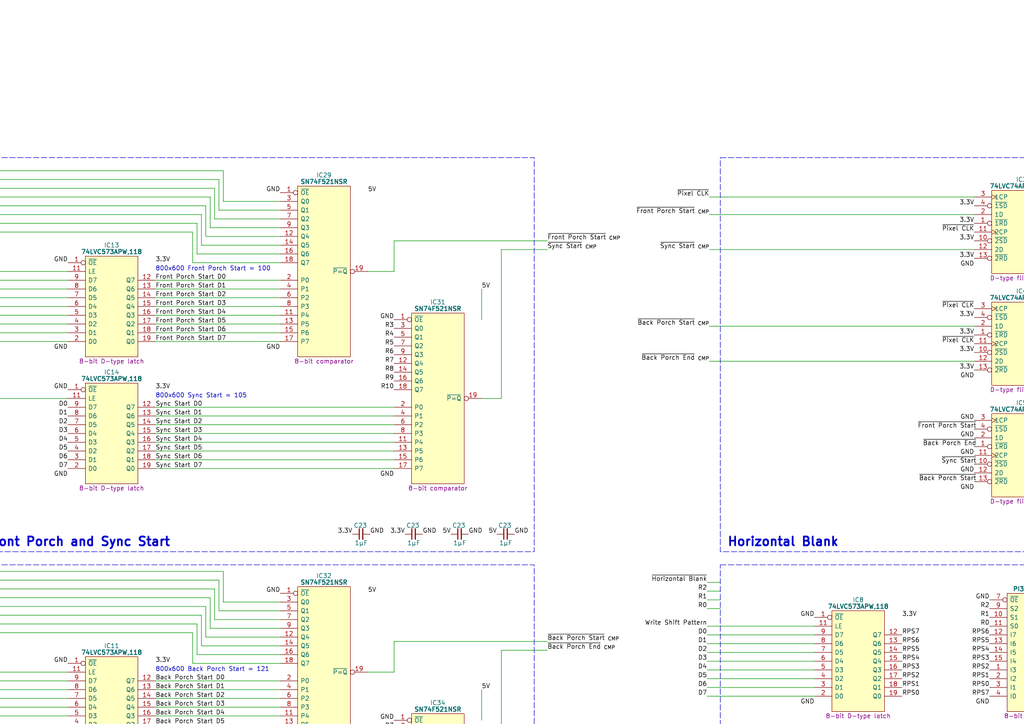
<source format=kicad_sch>
(kicad_sch (version 20230121) (generator eeschema)
  (paper "A4")
  (junction (at 523.24 193.675))
  (junction (at 30.48 336.55))
  (junction (at 494.665 306.07))
  (junction (at 552.45 208.915))
  (junction (at 556.26 201.295))
  (junction (at 524.51 191.135))
  (junction (at 512.445 248.92))
  (junction (at 554.99 203.835))
  (junction (at 513.715 246.38))
  (junction (at 521.97 196.215))
  (junction (at 520.7 198.755))
  (junction (at 523.875 306.07))
  (junction (at 553.72 206.375))
  (no_connect (at 520.065 311.15))
  (no_connect (at 139.7 313.69))
  (no_connect (at 511.81 377.825))
  (no_connect (at 515.62 104.14))
  (no_connect (at 307.975 72.39))
  (no_connect (at -74.93 236.855))
  (no_connect (at -74.93 234.315))
  (no_connect (at 307.975 94.615))
  (no_connect (at -74.93 241.935))
  (no_connect (at -102.235 226.695))
  (wire (pts (xy -10.16 96.52) (xy 19.685 96.52)))
  (wire (pts (xy 158.75 349.885) (xy 139.7 349.885)))
  (wire (pts (xy 557.53 179.705) (xy 556.26 179.705)))
  (wire (pts (xy 154.94 306.07) (xy 158.75 306.07)))
  (wire (pts (xy 589.28 137.16) (xy 515.62 137.16)))
  (wire (pts (xy 557.53 172.085) (xy 552.45 172.085)))
  (wire (pts (xy 114.3 130.81) (xy 45.085 130.81)))
  (wire (pts (xy 552.45 208.915) (xy 510.54 208.915)))
  (wire (pts (xy 589.28 206.375) (xy 553.72 206.375)))
  (wire (pts (xy 525.78 172.085) (xy 520.7 172.085)))
  (wire (pts (xy -10.16 67.31) (xy 55.88 67.31)))
  (wire (pts (xy -10.16 91.44) (xy 19.685 91.44)))
  (wire (pts (xy 513.715 246.38) (xy 589.28 246.38)))
  (wire (pts (xy -10.16 337.82) (xy 3.81 337.82)))
  (wire (pts (xy 205.74 57.15) (xy 282.575 57.15)))
  (wire (pts (xy 523.24 177.165) (xy 523.24 193.675)))
  (wire (pts (xy -10.16 83.82) (xy 19.685 83.82)))
  (wire (pts (xy 420.37 208.915) (xy 485.14 208.915)))
  (wire (pts (xy 420.37 193.675) (xy 485.14 193.675)))
  (wire (pts (xy 420.37 201.295) (xy 485.14 201.295)))
  (wire (pts (xy -10.16 335.28) (xy 3.81 335.28)))
  (wire (pts (xy 525.78 179.705) (xy 524.51 179.705)))
  (wire (pts (xy -10.16 165.735) (xy 64.77 165.735)))
  (wire (pts (xy 145.415 231.775) (xy 139.7 231.775)))
  (wire (pts (xy 479.425 306.07) (xy 479.425 311.15)))
  (wire (pts (xy -10.16 367.665) (xy 3.175 367.665)))
  (wire (pts (xy 81.28 96.52) (xy 45.085 96.52)))
  (wire (pts (xy 81.28 99.06) (xy 45.085 99.06)))
  (wire (pts (xy 55.88 67.31) (xy 55.88 76.2)))
  (wire (pts (xy 589.28 367.665) (xy 511.81 367.665)))
  (wire (pts (xy 520.065 306.07) (xy 523.875 306.07)))
  (wire (pts (xy 283.21 139.7) (xy 282.575 139.7)))
  (wire (pts (xy 114.3 135.89) (xy 45.085 135.89)))
  (wire (pts (xy 158.75 354.965) (xy 139.7 354.965)))
  (wire (pts (xy 589.28 201.295) (xy 556.26 201.295)))
  (wire (pts (xy 554.99 177.165) (xy 554.99 203.835)))
  (wire (pts (xy 420.37 247.65) (xy 465.455 247.65)))
  (wire (pts (xy 205.105 186.69) (xy 236.22 186.69)))
  (wire (pts (xy 59.69 59.69) (xy 59.69 68.58)))
  (wire (pts (xy 205.105 181.61) (xy 236.22 181.61)))
  (wire (pts (xy 525.78 174.625) (xy 521.97 174.625)))
  (wire (pts (xy 57.15 64.77) (xy 57.15 73.66)))
  (wire (pts (xy 374.015 62.23) (xy 307.975 62.23)))
  (wire (pts (xy 64.77 165.735) (xy 64.77 174.625)))
  (wire (pts (xy 55.88 76.2) (xy 81.28 76.2)))
  (wire (pts (xy -10.16 64.77) (xy 57.15 64.77)))
  (wire (pts (xy 158.75 360.045) (xy 139.7 360.045)))
  (wire (pts (xy 158.75 188.595) (xy 145.415 188.595)))
  (wire (pts (xy 30.48 336.55) (xy 30.48 346.71)))
  (wire (pts (xy 114.3 234.315) (xy 45.085 234.315)))
  (wire (pts (xy 205.105 199.39) (xy 236.22 199.39)))
  (wire (pts (xy 158.75 72.39) (xy 145.415 72.39)))
  (wire (pts (xy 81.28 210.185) (xy 45.085 210.185)))
  (wire (pts (xy 158.75 352.425) (xy 139.7 352.425)))
  (wire (pts (xy -10.16 197.485) (xy 19.685 197.485)))
  (wire (pts (xy -10.16 194.945) (xy 19.685 194.945)))
  (wire (pts (xy 524.51 179.705) (xy 524.51 191.135)))
  (wire (pts (xy 30.48 336.55) (xy 104.775 336.55)))
  (wire (pts (xy -10.16 86.36) (xy 19.685 86.36)))
  (wire (pts (xy 64.77 58.42) (xy 81.28 58.42)))
  (wire (pts (xy 552.45 172.085) (xy 552.45 208.915)))
  (wire (pts (xy 523.24 193.675) (xy 510.54 193.675)))
  (wire (pts (xy 81.28 93.98) (xy 45.085 93.98)))
  (wire (pts (xy -10.16 59.69) (xy 59.69 59.69)))
  (wire (pts (xy 145.415 115.57) (xy 139.7 115.57)))
  (wire (pts (xy 589.28 203.835) (xy 554.99 203.835)))
  (wire (pts (xy 283.21 134.62) (xy 282.575 134.62)))
  (wire (pts (xy 515.62 132.08) (xy 589.28 132.08)))
  (wire (pts (xy 60.96 57.15) (xy 60.96 66.04)))
  (wire (pts (xy 58.42 178.435) (xy 58.42 187.325)))
  (wire (pts (xy 145.415 72.39) (xy 145.415 115.57)))
  (wire (pts (xy 60.96 66.04) (xy 81.28 66.04)))
  (wire (pts (xy 523.875 306.07) (xy 528.955 306.07)))
  (wire (pts (xy 114.3 123.19) (xy 45.085 123.19)))
  (wire (pts (xy 139.7 208.915) (xy 139.7 200.025)))
  (wire (pts (xy -10.16 202.565) (xy 19.685 202.565)))
  (wire (pts (xy 525.78 177.165) (xy 523.24 177.165)))
  (wire (pts (xy 57.15 180.975) (xy 57.15 189.865)))
  (wire (pts (xy 63.5 52.07) (xy 63.5 60.96)))
  (wire (pts (xy 589.28 360.045) (xy 511.81 360.045)))
  (wire (pts (xy 420.37 191.135) (xy 485.14 191.135)))
  (wire (pts (xy -10.16 205.105) (xy 19.685 205.105)))
  (wire (pts (xy 589.28 257.81) (xy 552.45 257.81)))
  (wire (pts (xy 520.7 198.755) (xy 510.54 198.755)))
  (wire (pts (xy 420.37 365.125) (xy 486.41 365.125)))
  (wire (pts (xy 420.37 203.835) (xy 485.14 203.835)))
  (wire (pts (xy 81.28 212.725) (xy 45.085 212.725)))
  (wire (pts (xy 158.75 69.85) (xy 114.3 69.85)))
  (wire (pts (xy -10.16 178.435) (xy 58.42 178.435)))
  (wire (pts (xy 479.425 311.15) (xy 480.695 311.15)))
  (wire (pts (xy 589.28 375.285) (xy 511.81 375.285)))
  (wire (pts (xy 420.37 227.33) (xy 485.14 227.33)))
  (wire (pts (xy -10.16 200.025) (xy 19.685 200.025)))
  (wire (pts (xy 420.37 357.505) (xy 486.41 357.505)))
  (wire (pts (xy 494.665 306.07) (xy 494.665 308.61)))
  (wire (pts (xy 205.105 189.23) (xy 236.22 189.23)))
  (wire (pts (xy -10.16 295.91) (xy 20.32 295.91)))
  (wire (pts (xy 104.775 347.345) (xy 114.3 347.345)))
  (wire (pts (xy 589.28 365.125) (xy 511.81 365.125)))
  (wire (pts (xy 420.37 186.055) (xy 485.14 186.055)))
  (wire (pts (xy -10.16 115.57) (xy 19.685 115.57)))
  (wire (pts (xy -10.16 93.98) (xy 19.685 93.98)))
  (wire (pts (xy 114.3 128.27) (xy 45.085 128.27)))
  (wire (pts (xy 59.69 68.58) (xy 81.28 68.58)))
  (wire (pts (xy 62.23 170.815) (xy 62.23 179.705)))
  (wire (pts (xy -10.16 52.07) (xy 63.5 52.07)))
  (wire (pts (xy 589.28 147.32) (xy 515.62 147.32)))
  (wire (pts (xy 114.3 241.935) (xy 45.085 241.935)))
  (wire (pts (xy 154.94 303.53) (xy 158.75 303.53)))
  (wire (pts (xy -10.16 49.53) (xy 64.77 49.53)))
  (wire (pts (xy 154.94 311.15) (xy 158.75 311.15)))
  (wire (pts (xy 55.88 192.405) (xy 81.28 192.405)))
  (wire (pts (xy 205.105 176.53) (xy 208.915 176.53)))
  (wire (pts (xy 556.26 201.295) (xy 510.54 201.295)))
  (wire (pts (xy 589.28 193.675) (xy 523.24 193.675)))
  (wire (pts (xy 374.015 127) (xy 307.975 127)))
  (wire (pts (xy 63.5 177.165) (xy 81.28 177.165)))
  (wire (pts (xy 513.715 257.81) (xy 527.05 257.81)))
  (wire (pts (xy 420.37 206.375) (xy 485.14 206.375)))
  (wire (pts (xy 62.23 54.61) (xy 62.23 63.5)))
  (wire (pts (xy 60.96 173.355) (xy 60.96 182.245)))
  (wire (pts (xy 589.28 362.585) (xy 511.81 362.585)))
  (wire (pts (xy 512.445 248.92) (xy 589.28 248.92)))
  (wire (pts (xy 205.74 62.23) (xy 282.575 62.23)))
  (wire (pts (xy 420.37 66.04) (xy 490.22 66.04)))
  (wire (pts (xy 63.5 60.96) (xy 81.28 60.96)))
  (wire (pts (xy 60.96 182.245) (xy 81.28 182.245)))
  (wire (pts (xy 283.21 129.54) (xy 282.575 129.54)))
  (wire (pts (xy 589.28 196.215) (xy 521.97 196.215)))
  (wire (pts (xy 64.77 49.53) (xy 64.77 58.42)))
  (wire (pts (xy 114.3 244.475) (xy 45.085 244.475)))
  (wire (pts (xy -10.16 175.895) (xy 59.69 175.895)))
  (wire (pts (xy 63.5 168.275) (xy 63.5 177.165)))
  (wire (pts (xy 158.75 367.665) (xy 139.7 367.665)))
  (wire (pts (xy 205.105 201.93) (xy 236.22 201.93)))
  (wire (pts (xy 515.62 142.24) (xy 589.28 142.24)))
  (wire (pts (xy 420.37 375.285) (xy 486.41 375.285)))
  (wire (pts (xy 158.75 186.055) (xy 114.3 186.055)))
  (wire (pts (xy 523.875 311.15) (xy 523.875 306.07)))
  (wire (pts (xy 420.37 367.665) (xy 486.41 367.665)))
  (wire (pts (xy 512.445 260.35) (xy 512.445 248.92)))
  (wire (pts (xy 589.28 109.22) (xy 515.62 109.22)))
  (wire (pts (xy 114.3 133.35) (xy 45.085 133.35)))
  (wire (pts (xy -10.16 99.06) (xy 19.685 99.06)))
  (wire (pts (xy 420.37 372.745) (xy 486.41 372.745)))
  (wire (pts (xy 114.3 194.945) (xy 106.68 194.945)))
  (wire (pts (xy 512.445 248.92) (xy 490.855 248.92)))
  (wire (pts (xy 510.54 227.33) (xy 589.28 227.33)))
  (wire (pts (xy 589.28 99.06) (xy 515.62 99.06)))
  (wire (pts (xy 81.28 207.645) (xy 45.085 207.645)))
  (wire (pts (xy 589.28 208.915) (xy 552.45 208.915)))
  (wire (pts (xy 513.715 257.81) (xy 513.715 246.38)))
  (wire (pts (xy 139.7 83.82) (xy 139.7 92.71)))
  (wire (pts (xy -10.16 207.645) (xy 19.685 207.645)))
  (wire (pts (xy 420.37 143.51) (xy 490.22 143.51)))
  (wire (pts (xy -10.16 168.275) (xy 63.5 168.275)))
  (wire (pts (xy 57.15 189.865) (xy 81.28 189.865)))
  (wire (pts (xy 312.42 186.69) (xy 334.645 186.69)))
  (wire (pts (xy 81.28 197.485) (xy 45.085 197.485)))
  (wire (pts (xy 420.37 196.215) (xy 485.14 196.215)))
  (wire (pts (xy -10.16 81.28) (xy 19.685 81.28)))
  (wire (pts (xy 374.015 104.775) (xy 307.975 104.775)))
  (wire (pts (xy 524.51 191.135) (xy 510.54 191.135)))
  (wire (pts (xy -10.16 215.265) (xy 19.685 215.265)))
  (wire (pts (xy -10.16 170.815) (xy 62.23 170.815)))
  (wire (pts (xy 589.28 229.87) (xy 510.54 229.87)))
  (wire (pts (xy -10.16 231.775) (xy 19.685 231.775)))
  (wire (pts (xy 512.445 260.35) (xy 527.05 260.35)))
  (wire (pts (xy 145.415 188.595) (xy 145.415 231.775)))
  (wire (pts (xy 420.37 100.33) (xy 490.22 100.33)))
  (wire (pts (xy 81.28 215.265) (xy 45.085 215.265)))
  (wire (pts (xy 554.99 203.835) (xy 510.54 203.835)))
  (wire (pts (xy 114.3 125.73) (xy 45.085 125.73)))
  (wire (pts (xy -10.16 293.37) (xy 20.32 293.37)))
  (wire (pts (xy 374.015 124.46) (xy 307.975 124.46)))
  (wire (pts (xy 205.105 191.77) (xy 236.22 191.77)))
  (wire (pts (xy 154.94 300.99) (xy 158.75 300.99)))
  (wire (pts (xy 114.3 186.055) (xy 114.3 194.945)))
  (wire (pts (xy 589.28 370.205) (xy 511.81 370.205)))
  (wire (pts (xy 92.71 313.69) (xy 114.3 313.69)))
  (wire (pts (xy 420.37 370.205) (xy 486.41 370.205)))
  (wire (pts (xy 589.28 260.35) (xy 552.45 260.35)))
  (wire (pts (xy 205.74 104.775) (xy 282.575 104.775)))
  (wire (pts (xy 81.28 86.36) (xy 45.085 86.36)))
  (wire (pts (xy 283.21 124.46) (xy 282.575 124.46)))
  (wire (pts (xy 513.715 246.38) (xy 490.855 246.38)))
  (wire (pts (xy 154.94 293.37) (xy 158.75 293.37)))
  (wire (pts (xy 114.3 239.395) (xy 45.085 239.395)))
  (wire (pts (xy 81.28 200.025) (xy 45.085 200.025)))
  (wire (pts (xy 374.015 137.16) (xy 307.975 137.16)))
  (wire (pts (xy 420.37 229.87) (xy 485.14 229.87)))
  (wire (pts (xy 114.3 120.65) (xy 45.085 120.65)))
  (wire (pts (xy 114.3 252.095) (xy 45.085 252.095)))
  (wire (pts (xy -10.16 183.515) (xy 55.88 183.515)))
  (wire (pts (xy 521.97 174.625) (xy 521.97 196.215)))
  (wire (pts (xy 154.94 295.91) (xy 158.75 295.91)))
  (wire (pts (xy -10.16 54.61) (xy 62.23 54.61)))
  (wire (pts (xy 45.72 313.69) (xy 67.31 313.69)))
  (wire (pts (xy 205.74 72.39) (xy 282.575 72.39)))
  (wire (pts (xy 420.37 68.58) (xy 490.22 68.58)))
  (wire (pts (xy 205.105 184.15) (xy 236.22 184.15)))
  (wire (pts (xy 553.72 174.625) (xy 553.72 206.375)))
  (wire (pts (xy 205.105 173.99) (xy 208.915 173.99)))
  (wire (pts (xy 58.42 71.12) (xy 81.28 71.12)))
  (wire (pts (xy 420.37 198.755) (xy 485.14 198.755)))
  (wire (pts (xy 205.105 168.91) (xy 208.915 168.91)))
  (wire (pts (xy -10.16 180.975) (xy 57.15 180.975)))
  (wire (pts (xy 521.97 196.215) (xy 510.54 196.215)))
  (wire (pts (xy 420.37 360.045) (xy 486.41 360.045)))
  (wire (pts (xy 114.3 78.74) (xy 106.68 78.74)))
  (wire (pts (xy 557.53 177.165) (xy 554.99 177.165)))
  (wire (pts (xy 114.3 236.855) (xy 45.085 236.855)))
  (wire (pts (xy 589.28 198.755) (xy 520.7 198.755)))
  (wire (pts (xy -10.16 78.74) (xy 19.685 78.74)))
  (wire (pts (xy 81.28 205.105) (xy 45.085 205.105)))
  (wire (pts (xy 374.015 134.62) (xy 307.975 134.62)))
  (wire (pts (xy 205.105 171.45) (xy 208.915 171.45)))
  (wire (pts (xy 81.28 83.82) (xy 45.085 83.82)))
  (wire (pts (xy 81.28 88.9) (xy 45.085 88.9)))
  (wire (pts (xy 55.88 183.515) (xy 55.88 192.405)))
  (wire (pts (xy 557.53 174.625) (xy 553.72 174.625)))
  (wire (pts (xy 64.77 174.625) (xy 81.28 174.625)))
  (wire (pts (xy 62.23 63.5) (xy 81.28 63.5)))
  (wire (pts (xy 114.3 118.11) (xy 45.085 118.11)))
  (wire (pts (xy 158.75 362.585) (xy 139.7 362.585)))
  (wire (pts (xy 29.21 336.55) (xy 30.48 336.55)))
  (wire (pts (xy 420.37 71.12) (xy 490.22 71.12)))
  (wire (pts (xy -10.16 57.15) (xy 60.96 57.15)))
  (wire (pts (xy 420.37 188.595) (xy 485.14 188.595)))
  (wire (pts (xy 81.28 81.28) (xy 45.085 81.28)))
  (wire (pts (xy 589.28 114.3) (xy 515.62 114.3)))
  (wire (pts (xy 104.775 336.55) (xy 104.775 347.345)))
  (wire (pts (xy -10.16 88.9) (xy 19.685 88.9)))
  (wire (pts (xy 510.54 224.79) (xy 589.28 224.79)))
  (wire (pts (xy 360.045 187.96) (xy 374.015 187.96)))
  (wire (pts (xy -10.16 212.725) (xy 19.685 212.725)))
  (wire (pts (xy 59.69 175.895) (xy 59.69 184.785)))
  (wire (pts (xy 114.3 247.015) (xy 45.085 247.015)))
  (wire (pts (xy 62.23 179.705) (xy 81.28 179.705)))
  (wire (pts (xy 520.7 172.085) (xy 520.7 198.755)))
  (wire (pts (xy 420.37 55.88) (xy 490.22 55.88)))
  (wire (pts (xy 479.425 306.07) (xy 494.665 306.07)))
  (wire (pts (xy 81.28 91.44) (xy 45.085 91.44)))
  (wire (pts (xy 205.74 94.615) (xy 282.575 94.615)))
  (wire (pts (xy 59.69 184.785) (xy 81.28 184.785)))
  (wire (pts (xy 30.48 346.71) (xy 67.31 346.71)))
  (wire (pts (xy 154.94 298.45) (xy 158.75 298.45)))
  (wire (pts (xy 154.94 308.61) (xy 158.75 308.61)))
  (wire (pts (xy -10.16 62.23) (xy 58.42 62.23)))
  (wire (pts (xy 556.26 179.705) (xy 556.26 201.295)))
  (wire (pts (xy 205.105 196.85) (xy 236.22 196.85)))
  (wire (pts (xy -10.16 298.45) (xy 20.32 298.45)))
  (wire (pts (xy 589.28 372.745) (xy 511.81 372.745)))
  (wire (pts (xy 420.37 224.79) (xy 485.14 224.79)))
  (wire (pts (xy 158.75 365.125) (xy 139.7 365.125)))
  (wire (pts (xy -10.16 210.185) (xy 19.685 210.185)))
  (wire (pts (xy 158.75 357.505) (xy 139.7 357.505)))
  (wire (pts (xy 553.72 206.375) (xy 510.54 206.375)))
  (wire (pts (xy 58.42 62.23) (xy 58.42 71.12)))
  (wire (pts (xy 114.3 249.555) (xy 45.085 249.555)))
  (wire (pts (xy 589.28 191.135) (xy 524.51 191.135)))
  (wire (pts (xy 420.37 362.585) (xy 486.41 362.585)))
  (wire (pts (xy 114.3 69.85) (xy 114.3 78.74)))
  (wire (pts (xy 58.42 187.325) (xy 81.28 187.325)))
  (wire (pts (xy 205.105 194.31) (xy 236.22 194.31)))
  (wire (pts (xy -10.16 173.355) (xy 60.96 173.355)))
  (wire (pts (xy 57.15 73.66) (xy 81.28 73.66)))
  (wire (pts (xy -10.16 370.205) (xy 3.175 370.205)))
  (wire (pts (xy 81.28 202.565) (xy 45.085 202.565)))
  (rectangle (start -6.35 281.94) (end 154.94 396.24) (stroke (width 0) (type dash)))
  (rectangle (start 424.18 341.63) (end 585.47 396.875) (stroke (width 0) (type dash)))
  (rectangle (start -6.35 163.83) (end 154.94 278.13) (stroke (width 0) (type dash)))
  (rectangle (start 424.18 281.94) (end 585.47 337.185) (stroke (width 0) (type dash)))
  (rectangle (start 424.18 45.72) (end 585.47 160.02) (stroke (width 0) (type dash)))
  (rectangle (start 424.18 163.83) (end 585.47 278.13) (stroke (width 0) (type dash)))
  (rectangle (start -6.35 45.72) (end 154.94 160.02) (stroke (width 0) (type dash)))
  (rectangle (start 208.915 45.72) (end 370.205 160.02) (stroke (width 0) (type dash)))
  (rectangle (start 208.915 163.83) (end 370.205 219.075) (stroke (width 0) (type dash)))
  (text "Power and Spares" (at 426.72 334.01 0) (effects (font (size 2.54 2.54) (thickness 0.508) bold) (justify left bottom)))
  (text "Device Select" (at 426.085 158.75 0) (effects (font (size 2.54 2.54) (thickness 0.508) bold) (justify left bottom)))
  (text "Row Position" (at -3.81 393.065 0) (effects (font (size 2.54 2.54) (thickness 0.508) bold) (justify left bottom)))
  (text "Output Signals" (at 426.72 393.7 0) (effects (font (size 2.54 2.54) (thickness 0.508) bold) (justify left bottom)))
  (text "Advance Pixel" (at 210.82 217.805 0) (effects (font (size 2.54 2.54) (thickness 0.508) bold) (justify left bottom)))
  (text "800x600 Back Porch End = 132" (at 45.085 231.775 0) (effects (font (size 1.27 1.27)) (justify left bottom)))
  (text "800x600 Front Porch Start = 100" (at 45.085 78.74 0) (effects (font (size 1.27 1.27)) (justify left bottom)))
  (text "800x600 Sync Start = 105" (at 45.085 115.57 0) (effects (font (size 1.27 1.27)) (justify left bottom)))
  (text "Horizontal Blank" (at 210.82 158.75 0) (effects (font (size 2.54 2.54) (thickness 0.508) bold) (justify left bottom)))
  (text "Input Signals" (at 427.355 274.32 0) (effects (font (size 2.54 2.54) (thickness 0.508) bold) (justify left bottom)))
  (text "800x600 Back Porch Start = 121" (at 45.085 194.945 0) (effects (font (size 1.27 1.27)) (justify left bottom)))
  (text "Front Porch and Sync Start" (at -4.445 158.75 0) (effects (font (size 2.54 2.54) (thickness 0.508) bold) (justify left bottom)))
  (text "Back Porch and End" (at -4.445 276.86 0) (effects (font (size 2.54 2.54) (thickness 0.508) bold) (justify left bottom)))
  (label "5V" (at -74.93 244.475 0))
  (label "R6" (at -10.16 173.355 180))
  (label "GND" (at 287.02 173.99 180))
  (label "D6" (at 589.28 193.675 0))
  (label "~{Horizontal Blank}" (at 205.105 168.91 180))
  (label "3.3V" (at 282.575 97.155 180))
  (label "3.3V" (at 139.7 344.805 0))
  (label "~{Front Porch Start} _{CMP}" (at 158.75 69.85 0))
  (label "Device ~{CS}" (at 420.37 186.055 180))
  (label "R6" (at 92.71 306.07 0))
  (label "3.3V" (at 542.29 154.94 180))
  (label "First Pixel" (at 374.015 104.775 0))
  (label "D5_{IN{slash}OUT}" (at -102.235 236.855 180))
  (label "GND" (at 114.3 254.635 180))
  (label "R10" (at 139.7 306.07 0))
  (label "5V" (at 106.68 172.085 0))
  (label "5V" (at 479.425 306.07 180))
  (label "R10" (at 158.75 311.15 0))
  (label "D6_{IN{slash}OUT}" (at 420.37 193.675 180))
  (label "GND" (at 56.515 391.16 0))
  (label "GND" (at 20.32 316.23 180))
  (label "R3" (at 114.3 95.25 180))
  (label "3.3V" (at 117.475 154.94 180))
  (label "D6" (at -10.16 212.725 180))
  (label "~{Horizontal Blank}" (at 334.645 189.23 180))
  (label "R10" (at 114.3 113.03 180))
  (label "~{Reset}" (at 114.3 293.37 180))
  (label "D2" (at 158.75 362.585 0))
  (label "Back Porch Start D1" (at 45.085 200.025 0))
  (label "GND" (at 485.14 211.455 180))
  (label "R8" (at 114.3 367.665 180))
  (label "3.3V" (at 307.975 89.535 0))
  (label "D3_{IN{slash}OUT}" (at -102.235 241.935 180))
  (label "Front Porch Start D3" (at 45.085 88.9 0))
  (label "D5" (at 158.75 354.965 0))
  (label "GND" (at -74.93 231.775 0))
  (label "D1" (at 589.28 206.375 0))
  (label "D5" (at 19.685 247.015 180))
  (label "~{RD}_{IN}" (at 420.37 227.33 180))
  (label "First Pixel" (at 420.37 375.285 180))
  (label "3.3V" (at 343.535 212.725 180))
  (label "R10" (at -10.16 67.31 180))
  (label "5V" (at 139.7 83.82 0))
  (label "GND" (at 81.28 101.6 180))
  (label "D7" (at 92.71 349.25 0))
  (label "RPS6" (at 261.62 186.69 0))
  (label "~{Read Row Position Low}" (at -102.235 221.615 180))
  (label "3.3V" (at 358.775 212.725 180))
  (label "TC_{0123}" (at 46.355 313.69 0))
  (label "GND" (at 122.555 154.94 0))
  (label "Front Porch Start D0" (at 45.085 81.28 0))
  (label "D3" (at 19.685 241.935 180))
  (label "3.3V" (at 344.805 154.94 180))
  (label "GND" (at 282.575 132.08 180))
  (label "GND" (at 490.22 76.2 180))
  (label "3.3V" (at 544.83 273.05 180))
  (label "~{Pixel CLK} _{OUT}" (at 589.28 257.81 0))
  (label "Back Porch Start D6" (at 45.085 212.725 0))
  (label "RPS7" (at 261.62 184.15 0))
  (label "3.3V" (at 28.575 365.125 0))
  (label "Write Sync Start" (at 589.28 114.3 0))
  (label "Advance Pixel _{OUT}" (at -75.565 201.295 0))
  (label "R5" (at 114.3 216.535 180))
  (label "5V" (at 106.68 55.88 0))
  (label "D5" (at 205.105 196.85 180))
  (label "GND" (at 527.05 262.89 180))
  (label "Horizontal Blank" (at 374.015 124.46 0))
  (label "R7" (at 114.3 105.41 180))
  (label "~{Pixel CLK} _{OUT}" (at -74.93 247.015 0))
  (label "GND" (at 81.28 217.805 180))
  (label "D7" (at 19.685 135.89 180))
  (label "GND" (at 81.28 55.88 180))
  (label "D0" (at 158.75 367.665 0))
  (label "D4_{IN{slash}OUT}" (at 420.37 198.755 180))
  (label "Clock Read Row Position" (at 29.21 336.55 0))
  (label "D4" (at 19.685 128.27 180))
  (label "~{RRPH}" (at 28.575 367.665 0))
  (label "GND" (at 20.32 308.61 180))
  (label "~{Sync Start} _{CMP}" (at 205.74 72.39 180))
  (label "GND" (at 67.31 316.23 180))
  (label "GND" (at 547.37 154.94 0))
  (label "GND" (at 364.49 154.94 0))
  (label "Back Porch End D6" (at 45.085 249.555 0))
  (label "D7_{IN{slash}OUT}" (at 420.37 191.135 180))
  (label "GND" (at 282.575 109.855 180))
  (label "GND" (at -102.235 208.915 180))
  (label "3.3V" (at 139.7 293.37 0))
  (label "3.3V" (at 552.45 255.27 0))
  (label "R7" (at 114.3 221.615 180))
  (label "R3" (at 67.31 359.41 180))
  (label "Read Row Position Low" (at -10.16 337.82 180))
  (label "~{WD}" (at 420.37 100.33 180))
  (label "GND" (at 490.22 151.13 180))
  (label "3.3V" (at 528.955 273.05 180))
  (label "GND" (at 19.685 229.235 180))
  (label "R3" (at -10.16 165.735 180))
  (label "D6" (at 19.685 249.555 180))
  (label "~{Horizontal Blank}" (at -10.16 295.91 180))
  (label "Advance Pixel" (at 420.37 365.125 180))
  (label "3.3V" (at 282.575 102.235 180))
  (label "GND" (at 67.31 303.53 180))
  (label "A2" (at 420.37 66.04 180))
  (label "~{Back Porch End} _{CMP}" (at 205.74 104.775 180))
  (label "5V" (at 574.04 273.05 180))
  (label "First Pixel _{OUT}" (at 589.28 375.285 0))
  (label "Write Sync Start ~{CS}" (at 490.22 113.03 180))
  (label "D0" (at 19.685 234.315 180))
  (label "A2" (at -102.235 198.755 180))
  (label "D4" (at 589.28 198.755 0))
  (label "D3" (at -10.16 205.105 180))
  (label "Write Back Porch End" (at 589.28 137.16 0))
  (label "D7" (at 589.28 191.135 0))
  (label "~{Back Porch End}" (at 307.975 102.235 0))
  (label "~{Back Porch End}" (at 283.21 129.54 180))
  (label "R1" (at 67.31 364.49 180))
  (label "3.3V" (at 282.575 74.93 180))
  (label "3.3V" (at 528.955 306.07 0))
  (label "~{Horizontal Sync} _{OUT}" (at -75.565 196.215 0))
  (label "RPS5" (at 287.02 186.69 180))
  (label "D0" (at 92.71 367.03 0))
  (label "RPS2" (at 287.02 194.31 180))
  (label "Pixel CLK" (at 589.28 246.38 0))
  (label "~{Horizontal Blank}" (at 114.3 295.91 180))
  (label "First Pixel _{OUT}" (at -75.565 191.135 0))
  (label "D6" (at 158.75 352.425 0))
  (label "Device ~{CS}" (at -102.235 201.295 180))
  (label "GND" (at 282.575 77.47 180))
  (label "R5" (at -10.16 170.815 180))
  (label "D6" (at 205.105 199.39 180))
  (label "R8" (at 158.75 306.07 0))
  (label "GND" (at 486.41 380.365 180))
  (label "GND" (at 490.22 105.41 180))
  (label "Front Porch Start D4" (at 45.085 91.44 0))
  (label "3.3V" (at 558.8 273.05 180))
  (label "3.3V" (at 98.425 391.16 180))
  (label "Read Row Position Low" (at -10.16 370.205 180))
  (label "3.3V" (at 546.1 179.705 0))
  (label "~{Back Porch Start}" (at 283.21 139.7 180))
  (label "5V" (at -102.235 196.215 180))
  (label "~{WD}" (at 490.22 138.43 180))
  (label "R9" (at 139.7 303.53 0))
  (label "~{Read Row Position Low}" (at 67.31 344.17 180))
  (label "Sync Start D3" (at 45.085 125.73 0))
  (label "3.3V" (at 114.3 311.15 180))
  (label "D0" (at -10.16 197.485 180))
  (label "R2" (at 287.02 176.53 180))
  (label "~{Reset}" (at 589.28 229.87 0))
  (label "D7" (at 19.685 252.095 180))
  (label "D1_{IN{slash}OUT}" (at 420.37 206.375 180))
  (label "3.3V" (at 546.1 177.165 0))
  (label "Write Back Porch End ~{CS}" (at 490.22 135.89 180))
  (label "Horizontal Sync _{OUT}" (at 589.28 367.665 0))
  (label "D6_{IN{slash}OUT}" (at -102.235 234.315 180))
  (label "GND" (at 563.245 154.94 0))
  (label "3.3V" (at 20.32 300.99 180))
  (label "D7" (at -10.16 99.06 180))
  (label "D0" (at 19.685 118.11 180))
  (label "R6" (at 158.75 300.99 0))
  (label "D3" (at 92.71 359.41 0))
  (label "~{WD}" (at 490.22 133.35 180))
  (label "RPS0" (at 287.02 199.39 180))
  (label "Write Front Porch Start ~{CS}" (at 490.22 107.95 180))
  (label "D3" (at 205.105 191.77 180))
  (label "D2" (at 19.685 123.19 180))
  (label "5V" (at 139.7 200.025 0))
  (label "R4" (at -10.16 52.07 180))
  (label "R5" (at 158.75 298.45 0))
  (label "R6" (at -10.16 57.15 180))
  (label "Back Porch Start D7" (at 45.085 215.265 0))
  (label "3.3V" (at 307.975 57.15 0))
  (label "R6" (at 114.3 102.87 180))
  (label "5V" (at 130.81 154.94 180))
  (label "GND" (at 490.22 58.42 180))
  (label "D4" (at -10.16 207.645 180))
  (label "R7" (at -10.16 59.69 180))
  (label "3.3V" (at 113.665 391.16 180))
  (label "D2" (at 19.685 239.395 180))
  (label "3.3V" (at 282.575 59.69 180))
  (label "~{WD}_{IN}" (at 420.37 224.79 180))
  (label "D1" (at 19.685 120.65 180))
  (label "R7" (at 67.31 349.25 180))
  (label "Back Porch Start D4" (at 45.085 207.645 0))
  (label "D2" (at 92.71 361.95 0))
  (label "~{RRPH}" (at 114.3 344.805 180))
  (label "Pixel CLK _{OUT}" (at -74.93 249.555 0))
  (label "GND" (at 236.22 179.07 180))
  (label "R4" (at 92.71 300.99 0))
  (label "3.3V" (at 20.32 313.69 180))
  (label "R5" (at -10.16 54.61 180))
  (label "Back Porch End D4" (at 45.085 244.475 0))
  (label "Write Back Porch End ~{CS}" (at 515.62 71.12 0))
  (label "RPS1" (at 287.02 196.85 180))
  (label "3.3V" (at 51.435 391.16 180))
  (label "R0" (at 67.31 367.03 180))
  (label "3.3V" (at 67.31 311.15 180))
  (label "3.3V" (at 128.905 391.16 180))
  (label "GND" (at 494.665 311.15 180))
  (label "3.3V" (at 511.81 354.965 0))
  (label "R2" (at 45.72 306.07 0))
  (label "Read Row Position High ~{CS}" (at 490.22 146.05 180))
  (label "Read Row Position Low" (at 589.28 142.24 0))
  (label "Front Porch Start D6" (at 45.085 96.52 0))
  (label "GND" (at 282.575 127 180))
  (label "Back Porch Start D5" (at 45.085 210.185 0))
  (label "D1" (at -10.16 83.82 180))
  (label "D0_{IN{slash}OUT}" (at -102.235 249.555 180))
  (label "R11" (at 139.7 308.61 0))
  (label "3.3V" (at 546.1 172.085 0))
  (label "Sync Start D6" (at 45.085 133.35 0))
  (label "GND" (at 20.32 303.53 180))
  (label "GND" (at 19.685 138.43 180))
  (label "GND" (at 579.755 391.795 0))
  (label "~{WD}" (at 490.22 110.49 180))
  (label "Read Row Position High" (at 589.28 147.32 0))
  (label "Horizontal Blank" (at 420.37 360.045 180))
  (label "GND" (at 486.41 354.965 180))
  (label "~{RD}_{IN}" (at -102.235 206.375 180))
  (label "GND" (at 114.3 303.53 180))
  (label "Pixel CLK" (at 67.31 298.45 180))
  (label "Pixel CLK" (at -10.16 298.45 180))
  (label "D1" (at -10.16 200.025 180))
  (label "D7" (at -10.16 215.265 180))
  (label "GND" (at 563.88 273.05 0))
  (label "R0" (at 45.72 300.99 0))
  (label "GND" (at 114.3 352.425 180))
  (label "A1" (at -102.235 193.675 180))
  (label "~{Sync Start} _{CMP}" (at 158.75 72.39 0))
  (label "Read Row Position Low ~{CS}" (at 490.22 140.97 180))
  (label "RPS5" (at 261.62 189.23 0))
  (label "~{Horizontal Blank}" (at 374.015 127 0))
  (label "GND" (at 19.685 254.635 180))
  (label "Horizontal Blank _{OUT}" (at 589.28 360.045 0))
  (label "5V" (at 130.81 273.05 180))
  (label "D1" (at 158.75 365.125 0))
  (label "~{Horizontal Sync} _{OUT}" (at 589.28 370.205 0))
  (label "Last Pixel + 1 _{OUT}" (at 589.28 372.745 0))
  (label "~{Back Porch Start}" (at 307.975 92.075 0))
  (label "Read Row Position High" (at -10.16 367.665 180))
  (label "D1_{IN{slash}OUT}" (at -102.235 247.015 180))
  (label "Write Front Porch Start ~{CS}" (at 515.62 63.5 0))
  (label "D4_{IN{slash}OUT}" (at -102.235 239.395 180))
  (label "R11" (at 114.3 360.045 180))
  (label "GND" (at 19.685 217.805 180))
  (label "D6" (at -10.16 96.52 180))
  (label "GND" (at 149.225 391.16 0))
  (label "D2" (at 205.105 189.23 180))
  (label "Last Pixel + 1" (at 420.37 372.745 180))
  (label "Pixel CLK _{OUT}" (at 589.28 260.35 0))
  (label "RPS4" (at 261.62 191.77 0))
  (label "GND" (at 67.31 308.61 180))
  (label "Sync Start D5" (at 45.085 130.81 0))
  (label "GND" (at 19.685 76.2 180))
  (label "R1" (at 287.02 179.07 180))
  (label "3.3V" (at 45.085 192.405 0))
  (label "Front Porch Start D1" (at 45.085 83.82 0))
  (label "R5" (at 114.3 100.33 180))
  (label "R4" (at -10.16 168.275 180))
  (label "D5" (at -10.16 93.98 180))
  (label "Horizontal Sync" (at 420.37 367.665 180))
  (label "~{Horizontal Sync}" (at 420.37 370.205 180))
  (label "Write Shift Pattern ~{CS}" (at 515.62 58.42 0))
  (label "Back Porch End D5" (at 45.085 247.015 0))
  (label "GND" (at 103.505 391.16 0))
  (label "GND" (at 549.91 273.05 0))
  (label "3.3V" (at 515.62 55.88 0))
  (label "Sync Start D1" (at 45.085 120.65 0))
  (label "3.3V" (at 558.165 154.94 180))
  (label "~{Back Porch Start} _{CMP}" (at 158.75 186.055 0))
  (label "Write Back Porch Start ~{CS}" (at 490.22 130.81 180))
  (label "Sync Start D4" (at 45.085 128.27 0))
  (label "GND" (at 133.985 391.16 0))
  (label "GND" (at 135.89 273.05 0))
  (label "3.3V" (at 83.185 391.16 180))
  (label "RPS2" (at 261.62 196.85 0))
  (label "~{WD}" (at 490.22 115.57 180))
  (label "3.3V" (at 45.72 293.37 0))
  (label "Write Front Porch Start" (at -10.16 78.74 180))
  (label "R8" (at -10.16 178.435 180))
  (label "GND" (at 114.3 92.71 180))
  (label "TC_{4567}" (at 93.345 313.69 0))
  (label "R8" (at 114.3 107.95 180))
  (label "GND" (at 19.685 101.6 180))
  (label "D5" (at 589.28 196.215 0))
  (label "~{Reset _{IN}}" (at -102.235 224.155 180))
  (label "3.3V" (at 102.235 154.94 180))
  (label "~{Reset _{IN}}" (at 420.37 229.87 180))
  (label "R7" (at 158.75 303.53 0))
  (label "Write Shift Pattern" (at 205.105 181.61 180))
  (label "A1" (at 420.37 68.58 180))
  (label "Horizontal Sync" (at 374.015 134.62 0))
  (label "GND" (at 19.685 113.03 180))
  (label "~{Front Porch Start} _{CMP}" (at 205.74 62.23 180))
  (label "R9" (at 114.3 226.695 180))
  (label "Sync Start D0" (at 45.085 118.11 0))
  (label "3.3V" (at 510.54 222.25 0))
  (label "GND" (at 114.3 357.505 180))
  (label "~{Pixel CLK}" (at -10.16 335.28 180))
  (label "GND" (at 149.225 154.94 0))
  (label "Front Porch Start D2" (at 45.085 86.36 0))
  (label "D1" (at 205.105 186.69 180))
  (label "D7_{IN{slash}OUT}" (at -102.235 229.235 180))
  (label "~{Pixel CLK}" (at 282.575 99.695 180))
  (label "GND" (at 122.555 273.05 0))
  (label "GND" (at 282.575 142.24 180))
  (label "GND" (at 282.575 137.16 180))
  (label "R4" (at 158.75 295.91 0))
  (label "D3" (at 589.28 201.295 0))
  (label "~{Horizontal Blank} _{OUT}" (at 589.28 362.585 0))
  (label "3.3V" (at 20.32 311.15 180))
  (label "R7" (at -10.16 175.895 180))
  (label "~{RD}" (at 490.22 148.59 180))
  (label "GND" (at 114.3 308.61 180))
  (label "D4" (at 19.685 244.475 180))
  (label "R9" (at 114.3 110.49 180))
  (label "D4" (at -10.16 91.44 180))
  (label "Pixel CLK _{IN}" (at 420.37 247.65 180))
  (label "RPS3" (at 287.02 191.77 180))
  (label "GND" (at 114.3 354.965 180))
  (label "GND" (at 67.31 300.99 180))
  (label "GND" (at 107.315 273.05 0))
  (label "GND" (at 81.28 172.085 180))
  (label "R8" (at -10.16 62.23 180))
  (label "Back Porch End D7" (at 45.085 252.095 0))
  (label "R0" (at 205.105 176.53 180))
  (label "GND" (at 236.22 204.47 180))
  (label "GND" (at -75.565 208.915 0))
  (label "R8" (at 114.3 224.155 180))
  (label "GND" (at 349.885 154.94 0))
  (label "R3" (at 114.3 211.455 180))
  (label "~{Pixel CLK}" (at 282.575 89.535 180))
  (label "R2" (at 67.31 361.95 180))
  (label "Write Sync Start" (at -10.16 115.57 180))
  (label "Read Row Position Low ~{CS}" (at 515.62 73.66 0))
  (label "Write Back Porch End" (at -10.16 231.775 180))
  (label "~{Y1}" (at 515.62 60.96 0))
  (label "3.3V" (at 307.975 121.92 0))
  (label "GND" (at 114.3 306.07 180))
  (label "R3" (at -10.16 49.53 180))
  (label "GND" (at -102.235 231.775 180))
  (label "3.3V" (at 359.41 154.94 180))
  (label "D6" (at 92.71 351.79 0))
  (label "3.3V" (at 490.855 243.84 0))
  (label "~{Pixel CLK}" (at 589.28 248.92 0))
  (label "GND" (at 114.3 138.43 180))
  (label "Write Shift Pattern ~{CS}" (at 490.22 97.79 180))
  (label "R2" (at 205.105 171.45 180))
  (label "5V" (at 144.145 273.05 180))
  (label "3.3V" (at 92.71 293.37 0))
  (label "Write Shift Pattern" (at 589.28 99.06 0))
  (label "R10" (at 114.3 362.585 180))
  (label "~{WD}" (at 589.28 224.79 0))
  (label "R9" (at -10.16 180.975 180))
  (label "Write Back Porch Start" (at -10.16 194.945 180))
  (label "RPS7" (at 287.02 201.93 180))
  (label "D0" (at -10.16 81.28 180))
  (label "GND" (at 485.775 311.15 0))
  (label "D4" (at 158.75 357.505 0))
  (label "R5" (at 92.71 303.53 0))
  (label "R6" (at 114.3 219.075 180))
  (label "GND" (at 3.81 340.36 180))
  (label "~{RD}" (at 420.37 188.595 180))
  (label "3.3V" (at 45.085 229.235 0))
  (label "3.3V" (at 102.235 273.05 180))
  (label "Read Row Position High ~{CS}" (at 515.62 76.2 0))
  (label "~{Sync Start}" (at 283.21 134.62 180))
  (label "3.3V" (at 282.575 69.85 180))
  (label "GND" (at 20.32 306.07 180))
  (label "GND" (at 135.89 154.94 0))
  (label "R9" (at -10.16 64.77 180))
  (label "3.3V" (at 144.145 391.16 180))
  (label "3.3V" (at 67.31 391.16 180))
  (label "GND" (at 348.615 212.725 0))
  (label "~{Reset}" (at -10.16 293.37 180))
  (label "A0" (at 420.37 71.12 180))
  (label "~{RD}" (at 589.28 227.33 0))
  (label "D1" (at 19.685 236.855 180))
  (label "D2" (at -10.16 86.36 180))
  (label "~{Front Porch Start}" (at 283.21 124.46 180))
  (label "3.3V" (at 360.045 185.42 0))
  (label "~{WD}_{IN}" (at -102.235 203.835 180))
  (label "R3" (at 45.72 308.61 0))
  (label "Write Sync Start ~{CS}" (at 515.62 66.04 0))
  (label "~{Back Porch Start} _{CMP}" (at 205.74 94.615 180))
  (label "~{Horizontal Blank} _{OUT}" (at -75.565 203.835 0))
  (label "RPS3" (at 261.62 194.31 0))
  (label "3.3V" (at 577.85 179.705 0))
  (label "GND" (at 528.955 311.15 0))
  (label "D3_{IN{slash}OUT}" (at 420.37 201.295 180))
  (label "D2" (at 589.28 203.835 0))
  (label "3.3V" (at 29.21 334.01 0))
  (label "D4" (at 205.105 194.31 180))
  (label "~{Pixel CLK}" (at 282.575 67.31 180))
  (label "3.3V" (at 45.085 76.2 0))
  (label "Advance Pixel" (at 374.015 187.96 0))
  (label "Back Porch End D1" (at 45.085 236.855 0))
  (label "GND" (at 72.39 391.16 0))
  (label "~{Sync Start}" (at 307.975 69.85 0))
  (label "D2_{IN{slash}OUT}" (at 420.37 203.835 180))
  (label "Horizontal Sync _{OUT}" (at -75.565 198.755 0))
  (label "GND" (at 107.315 154.94 0))
  (label "R1" (at 45.72 303.53 0))
  (label "R10" (at -10.16 183.515 180))
  (label "GND" (at 118.745 391.16 0))
  (label "R0" (at 287.02 181.61 180))
  (label "3.3V" (at 577.85 177.165 0))
  (label "GND" (at 465.455 251.46 180))
  (label "Device ~{CS}" (at 420.37 55.88 180))
  (label "R10" (at 114.3 229.235 180))
  (label "Front Porch Start D7" (at 45.085 99.06 0))
  (label "Back Porch Start D3" (at 45.085 205.105 0))
  (label "Back Porch End D3" (at 45.085 241.935 0))
  (label "Pixel CLK" (at 114.3 298.45 180))
  (label "GND" (at 363.855 212.725 0))
  (label "GND" (at 534.035 273.05 0))
  (label "GND" (at 486.41 377.825 180))
  (label "3.3V" (at 282.575 107.315 180))
  (label "D0_{IN{slash}OUT}" (at 420.37 208.915 180))
  (label "GND" (at 114.3 370.205 180))
  (label "3.3V" (at 574.04 154.94 180))
  (label "~{Horizontal Blank}" (at 67.31 295.91 180))
  (label "A0" (at -102.235 191.135 180))
  (label "R6" (at 67.31 351.79 180))
  (label "D2_{IN{slash}OUT}" (at -102.235 244.475 180))
  (label "Sync Start D2" (at 45.085 123.19 0))
  (label "3.3V" (at 92.71 344.17 0))
  (label "Back Porch End D2" (at 45.085 239.395 0))
  (label "R9" (at 158.75 308.61 0))
  (label "3.3V" (at 515.62 129.54 0))
  (label "~{Horizontal Sync}" (at 374.015 137.16 0))
  (label "D3" (at 19.685 125.73 180))
  (label "3.3V" (at 330.2 154.94 180))
  (label "3.3V" (at 574.675 391.795 180))
  (label "GND" (at 485.14 232.41 180))
  (label "D0" (at 205.105 184.15 180))
  (label "RPS6" (at 287.02 184.15 180))
  (label "~{Horizontal Blank}" (at 420.37 362.585 180))
  (label "Sync Start D7" (at 45.085 135.89 0))
  (label "~{Read Row Position Low}" (at 28.575 370.205 0))
  (label "D7" (at 158.75 349.885 0))
  (label "GND" (at 114.3 208.915 180))
  (label "Select Advance Pixel" (at 312.42 186.69 0))
  (label "Back Porch Start D0" (at 45.085 197.485 0))
  (label "3.3V" (at 117.475 273.05 180))
  (label "D7" (at 205.105 201.93 180))
  (label "R5" (at 67.31 354.33 180))
  (label "3.3V" (at 261.62 179.07 0))
  (label "GND" (at 67.31 306.07 180))
  (label "GND" (at 114.3 300.99 180))
  (label "GND" (at 287.02 204.47 180))
  (label "RPS0" (at 261.62 201.93 0))
  (label "Last Pixel + 1 _{OUT}" (at -75.565 193.675 0))
  (label "RPS1" (at 261.62 199.39 0))
  (label "D6" (at 19.685 133.35 180))
  (label "D2" (at -10.16 202.565 180))
  (label "3.3V" (at 577.85 172.085 0))
  (label "~{Y1}" (at 490.22 102.87 180))
  (label "GND" (at 579.12 273.05 0))
  (label "D3" (at 158.75 360.045 0))
  (label "D5" (at 19.685 130.81 180))
  (label "D4" (at 92.71 356.87 0))
  (label "Write Back Porch Start ~{CS}" (at 515.62 68.58 0))
  (label "3.3V" (at 546.1 174.625 0))
  (label "D5_{IN{slash}OUT}" (at 420.37 196.215 180))
  (label "GND" (at 282.575 121.92 180))
  (label "Front Porch Start D5" (at 45.085 93.98 0))
  (label "Advance Pixel _{OUT}" (at 589.28 365.125 0))
  (label "D1" (at 92.71 364.49 0))
  (label "GND" (at 114.3 349.885 180))
  (label "3.3V" (at 490.22 60.96 180))
  (label "GND" (at 579.12 154.94 0))
  (label "GND" (at 335.28 154.94 0))
  (label "5V" (at 144.145 154.94 180))
  (label "GND" (at 19.685 192.405 180))
  (label "R3" (at 158.75 293.37 0))
  (label "R7" (at 92.71 308.61 0))
  (label "Horizontal Blank _{OUT}" (at -75.565 206.375 0))
  (label "5V" (at 510.54 186.055 0))
  (label "3.3V" (at 282.575 92.075 180))
  (label "Pixel CLK _{IN}" (at -74.93 239.395 0))
  (label "~{Reset}" (at 67.31 293.37 180))
  (label "D5" (at 92.71 354.33 0))
  (label "Last Pixel + 1" (at 374.015 62.23 0))
  (label "R4" (at 114.3 213.995 180))
  (label "~{Pixel CLK}" (at 205.74 57.15 180))
  (label "D5" (at -10.16 210.185 180))
  (label "GND" (at 3.175 372.745 180))
  (label "D3" (at -10.16 88.9 180))
  (label "3.3V" (at 577.85 174.625 0))
  (label "R1" (at 205.105 173.99 180))
  (label "R4" (at 114.3 97.79 180))
  (label "R4" (at 67.31 356.87 180))
  (label "~{Pixel CLK}" (at 420.37 357.505 180))
  (label "Write Front Porch Start" (at 589.28 109.22 0))
  (label "~{RD}" (at 420.37 143.51 180))
  (label "~{Front Porch Start}" (at 307.975 59.69 0))
  (label "GND" (at 67.31 369.57 180))
  (label "3.3V" (at 515.62 96.52 0))
  (label "RPS4" (at 287.02 189.23 180))
  (label "3.3V" (at 282.575 64.77 180))
  (label "GND" (at 114.3 316.23 180))
  (label "D0" (at 589.28 208.915 0))
  (label "GND" (at 88.265 391.16 0))
  (label "GND" (at 490.22 118.11 180))
  (label "GND" (at 149.225 273.05 0))
  (label "3.3V" (at 45.085 113.03 0))
  (label "R9" (at 114.3 365.125 180))
  (label "Write Back Porch Start" (at 589.28 132.08 0))
  (label "Back Porch Start D2" (at 45.085 202.565 0))
  (label "GND" (at 334.645 191.77 180))
  (label "Back Porch End D0" (at 45.085 234.315 0))
  (label "R8" (at 139.7 300.99 0))
  (label "3.3V" (at 312.42 173.99 0))
  (label "~{Back Porch End} _{CMP}" (at 158.75 188.595 0))
  (symbol (lib_id "HCP65:C_0805") (at 359.41 154.94 0) (unit 1)
    (property "Reference" "C23" (at 361.696 152.4 0))
    (property "Value" "1μF" (at 361.95 157.48 0))
    (property "Footprint" "SamacSys_Parts:C_0805" (effects hide))
    (instances (project "Pico Sound" (path "" (reference "C23") (unit 1))) (project "Video Timer" (path "" (reference "C?") (unit 1)) (path "" (reference "C45") (unit 1))))
  )
  (symbol (lib_id "HCP65:C_0805") (at 98.425 391.16 0) (unit 1)
    (property "Reference" "C23" (at 100.711 388.62 0))
    (property "Value" "1μF" (at 100.965 393.7 0))
    (property "Footprint" "SamacSys_Parts:C_0805" (effects hide))
    (instances (project "Pico Sound" (path "" (reference "C23") (unit 1))) (project "Video Timer" (path "" (reference "C?") (unit 1)) (path "" (reference "C5") (unit 1))))
  )
  (symbol (lib_id "HCP65:C_0805") (at 130.81 154.94 0) (unit 1)
    (property "Reference" "C23" (at 133.096 152.4 0))
    (property "Value" "1μF" (at 133.35 157.48 0))
    (property "Footprint" "SamacSys_Parts:C_0805" (effects hide))
    (instances (project "Pico Sound" (path "" (reference "C23") (unit 1))) (project "Video Timer" (path "" (reference "C?") (unit 1)) (path "" (reference "C61") (unit 1))))
  )
  (symbol (lib_id "HCP65:C_0805") (at 330.2 154.94 0) (unit 1)
    (property "Reference" "C23" (at 332.486 152.4 0))
    (property "Value" "1μF" (at 332.74 157.48 0))
    (property "Footprint" "SamacSys_Parts:C_0805" (effects hide))
    (instances (project "Pico Sound" (path "" (reference "C23") (unit 1))) (project "Video Timer" (path "" (reference "C?") (unit 1)) (path "" (reference "C1") (unit 1))))
  )
  (symbol (lib_id "HCP65:C_0805") (at 574.04 154.94 0) (unit 1)
    (property "Reference" "C23" (at 576.326 152.4 0))
    (property "Value" "1μF" (at 576.58 157.48 0))
    (property "Footprint" "SamacSys_Parts:C_0805" (effects hide))
    (instances (project "Pico Sound" (path "" (reference "C23") (unit 1))) (project "Video Timer" (path "" (reference "C?") (unit 1)) (path "" (reference "C29") (unit 1))))
  )
  (symbol (lib_id "HCP65:C_0805") (at 344.805 154.94 0) (unit 1)
    (property "Reference" "C23" (at 347.091 152.4 0))
    (property "Value" "1μF" (at 347.345 157.48 0))
    (property "Footprint" "SamacSys_Parts:C_0805" (effects hide))
    (instances (project "Pico Sound" (path "" (reference "C23") (unit 1))) (project "Video Timer" (path "" (reference "C?") (unit 1)) (path "" (reference "C55") (unit 1))))
  )
  (symbol (lib_id "HCP65:C_0805") (at 83.185 391.16 0) (unit 1)
    (property "Reference" "C23" (at 85.471 388.62 0))
    (property "Value" "1μF" (at 85.725 393.7 0))
    (property "Footprint" "SamacSys_Parts:C_0805" (effects hide))
    (instances (project "Pico Sound" (path "" (reference "C23") (unit 1))) (project "Video Timer" (path "" (reference "C?") (unit 1)) (path "" (reference "C4") (unit 1))))
  )
  (symbol (lib_id "Nexperia:74LVC74APW,118") (at 282.575 89.535 0) (unit 1)
    (property "Reference" "IC4" (at 294.64 84.455 0) (effects (justify left)))
    (property "Value" "74LVC74APW,118" (at 295.275 86.36 0) (effects (font bold)))
    (property "Footprint" "SOP65P640X110-14N" (effects hide))
    (property "Datasheet" "https://assets.nexperia.com/documents/data-sheet/74LVC74A.pdf" (effects hide))
    (property "Description" "D-type flip-flop" (at 295.275 113.03 0))
    (property "Height" "1.1" (effects hide))
    (property "Mouser Part Number" "771-74LVC74APW-T" (effects hide))
    (property "Mouser Price/Stock" "https://www.mouser.co.uk/ProductDetail/Nexperia/74LVC74APW118?qs=me8TqzrmIYVtXwVfet0lzw%3D%3D" (effects hide))
    (property "Manufacturer_Name" "Nexperia" (effects hide))
    (property "Manufacturer_Part_Number" "74LVC74APW,118" (effects hide))
    (property "Silkscreen" "74LVC74" (effects hide))
  )
  (symbol (lib_id "Nexperia:74LVC02APW,118") (at 490.22 97.79 0) (unit 1)
    (property "Reference" "IC7" (at 502.92 91.44 0))
    (property "Value" "74LVC02APW,118" (at 502.92 93.345 0) (effects (font bold)))
    (property "Footprint" "SOP65P640X110-14N" (effects hide))
    (property "Datasheet" "https://assets.nexperia.com/documents/data-sheet/74LVC02A.pdf" (effects hide))
    (property "Description" "2-Input NOR gate" (at 502.92 121.285 0))
    (property "Height" "1.1" (effects hide))
    (property "Mouser Part Number" "771-74LVC02APW-T" (effects hide))
    (property "Mouser Price/Stock" "https://www.mouser.co.uk/ProductDetail/Nexperia/74LVC02APW118?qs=me8TqzrmIYX6VnwIC2vA2w%3D%3D" (effects hide))
    (property "Manufacturer_Name" "Nexperia" (effects hide))
    (property "Manufacturer_Part_Number" "74LVC02APW,118" (effects hide))
    (property "Silkscreen" "74LVC02" (effects hide))
  )
  (symbol (lib_id "Connector:Conn_01x08_Pin") (at -97.155 198.755 0) (mirror y) (unit 1)
    (property "Reference" "J?" (at -97.155 188.595 0))
    (property "Value" "Conn_01x08_Pin" (at -97.155 211.455 0))
    (instances (project "Video Timer" (path "" (reference "J?") (unit 1)) (path "" (reference "J1") (unit 1))))
  )
  (symbol (lib_id "HCP65:C_0805") (at 130.81 273.05 0) (unit 1)
    (property "Reference" "C23" (at 133.096 270.51 0))
    (property "Value" "1μF" (at 133.35 275.59 0))
    (property "Footprint" "SamacSys_Parts:C_0805" (effects hide))
    (instances (project "Pico Sound" (path "" (reference "C23") (unit 1))) (project "Video Timer" (path "" (reference "C?") (unit 1)) (path "" (reference "C60") (unit 1))))
  )
  (symbol (lib_id "Texas_Instruments:SN74F521NSR") (at 114.3 92.71 0) (unit 1)
    (property "Reference" "IC31" (at 127 87.63 0))
    (property "Value" "SN74F521NSR" (at 127 89.535 0) (effects (font bold)))
    (property "Footprint" "SOIC127P780X200-20N" (effects hide))
    (property "Datasheet" "http://www.ti.com/lit/gpn/sn74f521" (effects hide))
    (property "Description" "8-bit comparator" (at 127 141.605 0))
    (property "Height" "2" (effects hide))
    (property "Mouser Part Number" "595-SN74F521NSR" (effects hide))
    (property "Mouser Price/Stock" "https://www.mouser.co.uk/ProductDetail/Texas-Instruments/SN74F521NSR?qs=mE33ZKBHyE6KJhInhzfN1g%3D%3D" (effects hide))
    (property "Manufacturer_Name" "Texas Instruments" (effects hide))
    (property "Manufacturer_Part_Number" "SN74F521NSR" (effects hide))
    (property "Silkscreen" "74F521" (effects hide))
  )
  (symbol (lib_id "HCP65:C_0805") (at 558.8 273.05 0) (unit 1)
    (property "Reference" "C23" (at 561.086 270.51 0))
    (property "Value" "1μF" (at 561.34 275.59 0))
    (property "Footprint" "SamacSys_Parts:C_0805" (effects hide))
    (instances (project "Pico Sound" (path "" (reference "C23") (unit 1))) (project "Video Timer" (path "" (reference "C?") (unit 1)) (path "" (reference "C63") (unit 1))))
  )
  (symbol (lib_id "HCP65:C_0805") (at 343.535 212.725 0) (unit 1)
    (property "Reference" "C23" (at 345.821 210.185 0))
    (property "Value" "1μF" (at 346.075 215.265 0))
    (property "Footprint" "SamacSys_Parts:C_0805" (effects hide))
    (instances (project "Pico Sound" (path "" (reference "C23") (unit 1))) (project "Video Timer" (path "" (reference "C?") (unit 1)) (path "" (reference "C49") (unit 1))))
  )
  (symbol (lib_id "HCP65:C_0805") (at 542.29 154.94 0) (unit 1)
    (property "Reference" "C23" (at 544.576 152.4 0))
    (property "Value" "1μF" (at 544.83 157.48 0))
    (property "Footprint" "SamacSys_Parts:C_0805" (effects hide))
    (instances (project "Pico Sound" (path "" (reference "C23") (unit 1))) (project "Video Timer" (path "" (reference "C?") (unit 1)) (path "" (reference "C31") (unit 1))))
  )
  (symbol (lib_id "HCP65:C_0805") (at 102.235 273.05 0) (unit 1)
    (property "Reference" "C23" (at 104.521 270.51 0))
    (property "Value" "1μF" (at 104.775 275.59 0))
    (property "Footprint" "SamacSys_Parts:C_0805" (effects hide))
    (instances (project "Pico Sound" (path "" (reference "C23") (unit 1))) (project "Video Timer" (path "" (reference "C?") (unit 1)) (path "" (reference "C41") (unit 1))))
  )
  (symbol (lib_id "Texas_Instruments:SN74F521NSR") (at 81.28 172.085 0) (unit 1)
    (property "Reference" "IC32" (at 93.98 167.005 0))
    (property "Value" "SN74F521NSR" (at 93.98 168.91 0) (effects (font bold)))
    (property "Footprint" "SOIC127P780X200-20N" (effects hide))
    (property "Datasheet" "http://www.ti.com/lit/gpn/sn74f521" (effects hide))
    (property "Description" "8-bit comparator" (at 93.98 220.98 0))
    (property "Height" "2" (effects hide))
    (property "Mouser Part Number" "595-SN74F521NSR" (effects hide))
    (property "Mouser Price/Stock" "https://www.mouser.co.uk/ProductDetail/Texas-Instruments/SN74F521NSR?qs=mE33ZKBHyE6KJhInhzfN1g%3D%3D" (effects hide))
    (property "Manufacturer_Name" "Texas Instruments" (effects hide))
    (property "Manufacturer_Part_Number" "SN74F521NSR" (effects hide))
    (property "Silkscreen" "74F521" (effects hide))
  )
  (symbol (lib_id "Nexperia:74LVC1GX04GW,125") (at 465.455 243.84 0) (unit 1)
    (property "Reference" "IC27" (at 478.155 238.76 0))
    (property "Value" "74LVC1GX04GW,125" (at 478.155 240.665 0) (effects (font bold)))
    (property "Footprint" "SOP65P210X110-6N" (effects hide))
    (property "Datasheet" "https://assets.nexperia.com/documents/data-sheet/74LVC1GX04.pdf" (effects hide))
    (property "Description" "inverter and buffer" (at 478.155 254.635 0))
    (property "Height" "1.1" (effects hide))
    (property "Manufacturer_Name" "Nexperia" (effects hide))
    (property "Manufacturer_Part_Number" "74LVC1GX04GW,125" (effects hide))
    (property "Mouser Part Number" "771-74LVC1GX04GW-G" (effects hide))
    (property "Mouser Price/Stock" "https://www.mouser.co.uk/ProductDetail/Nexperia/74LVC1GX04GW125?qs=me8TqzrmIYXdz6qx7bR6zQ%3D%3D" (effects hide))
    (property "Silkscreen" "'1GX04" (effects hide))
  )
  (symbol (lib_id "Nexperia:74LVC74APW,118") (at 282.575 121.92 0) (unit 1)
    (property "Reference" "IC5" (at 294.64 116.84 0) (effects (justify left)))
    (property "Value" "74LVC74APW,118" (at 295.275 118.745 0) (effects (font bold)))
    (property "Footprint" "SOP65P640X110-14N" (effects hide))
    (property "Datasheet" "https://assets.nexperia.com/documents/data-sheet/74LVC74A.pdf" (effects hide))
    (property "Description" "D-type flip-flop" (at 295.275 145.415 0))
    (property "Height" "1.1" (effects hide))
    (property "Mouser Part Number" "771-74LVC74APW-T" (effects hide))
    (property "Mouser Price/Stock" "https://www.mouser.co.uk/ProductDetail/Nexperia/74LVC74APW118?qs=me8TqzrmIYVtXwVfet0lzw%3D%3D" (effects hide))
    (property "Manufacturer_Name" "Nexperia" (effects hide))
    (property "Manufacturer_Part_Number" "74LVC74APW,118" (effects hide))
    (property "Silkscreen" "74LVC74" (effects hide))
  )
  (symbol (lib_id "HCP65:C_0805") (at 128.905 391.16 0) (unit 1)
    (property "Reference" "C23" (at 131.191 388.62 0))
    (property "Value" "1μF" (at 131.445 393.7 0))
    (property "Footprint" "SamacSys_Parts:C_0805" (effects hide))
    (instances (project "Pico Sound" (path "" (reference "C23") (unit 1))) (project "Video Timer" (path "" (reference "C?") (unit 1)) (path "" (reference "C35") (unit 1))))
  )
  (symbol (lib_id "Nexperia:74LVC161PW,112") (at 20.32 293.37 0) (unit 1)
    (property "Reference" "IC19" (at 33.02 288.29 0))
    (property "Value" "74LVC161PW,112" (at 33.02 290.195 0) (effects (font bold)))
    (property "Footprint" "SOP65P640X110-16N" (effects hide))
    (property "Datasheet" "https://assets.nexperia.com/documents/data-sheet/74LVC161.pdf" (effects hide))
    (property "Description" "4-bit up counter" (at 33.02 319.405 0))
    (property "Height" "1.1" (effects hide))
    (property "Mouser Part Number" "771-LVC161PW112" (effects hide))
    (property "Mouser Price/Stock" "https://www.mouser.co.uk/ProductDetail/Nexperia/74LVC161PW112?qs=me8TqzrmIYXBQ64YL7POQw%3D%3D" (effects hide))
    (property "Manufacturer_Name" "Nexperia" (effects hide))
    (property "Manufacturer_Part_Number" "74LVC161PW,112" (effects hide))
    (property "Silkscreen" "74LVC161" (effects hide))
  )
  (symbol (lib_id "HCP65:C_0805") (at 144.145 154.94 0) (unit 1)
    (property "Reference" "C23" (at 146.431 152.4 0))
    (property "Value" "1μF" (at 146.685 157.48 0))
    (property "Footprint" "SamacSys_Parts:C_0805" (effects hide))
    (instances (project "Pico Sound" (path "" (reference "C23") (unit 1))) (project "Video Timer" (path "" (reference "C?") (unit 1)) (path "" (reference "C59") (unit 1))))
  )
  (symbol (lib_id "Nexperia:74LVC2G08DP-Q100H_Multi") (at 334.645 186.69 0) (unit 2)
    (property "Reference" "IC54" (at 346.075 180.34 0) (effects (justify left)))
    (property "Value" "74LVC2G08DP-Q100H" (at 347.345 182.245 0) (effects (font bold)))
    (property "Footprint" "SOP65P400X110-8N" (effects hide))
    (property "Datasheet" "https://assets.nexperia.com/documents/data-sheet/74LVC2G08_Q100.pdf" (effects hide))
    (property "Description" "2-input AND gate" (at 338.455 194.945 0) (effects (justify left)))
    (property "Height" "1.1" (effects hide))
    (property "Manufacturer_Name" "Nexperia" (effects hide))
    (property "Manufacturer_Part_Number" "74LVC2G08DP-Q100H" (effects hide))
    (property "Mouser Part Number" "771-74LVC2G08DPQ100H" (effects hide))
    (property "Mouser Price/Stock" "https://www.mouser.co.uk/ProductDetail/Nexperia/74LVC2G08DP-Q100H?qs=fi7yB2oewZnJ07IC2YGuEQ%3D%3D" (effects hide))
    (property "Silkscreen" "'2G08" (effects hide))
  )
  (symbol (lib_id "HCP65:C_0805") (at 144.145 391.16 0) (unit 1)
    (property "Reference" "C23" (at 146.431 388.62 0))
    (property "Value" "1μF" (at 146.685 393.7 0))
    (property "Footprint" "SamacSys_Parts:C_0805" (effects hide))
    (instances (project "Pico Sound" (path "" (reference "C23") (unit 1))) (project "Video Timer" (path "" (reference "C?") (unit 1)) (path "" (reference "C36") (unit 1))))
  )
  (symbol (lib_id "Nexperia:74LVC2G04GW-Q100H") (at 527.05 257.81 0) (unit 1)
    (property "Reference" "IC1" (at 538.48 250.19 0) (effects (justify left)))
    (property "Value" "74LVC2G04GW-Q100H" (at 539.75 252.095 0) (effects (font bold)))
    (property "Footprint" "SOP65P210X110-6N" (effects hide))
    (property "Datasheet" "https://assets.nexperia.com/documents/data-sheet/74LVC2G04_Q100.pdf" (effects hide))
    (property "Description" "2-input inverter" (at 539.75 266.065 0))
    (property "Height" "1.1" (effects hide))
    (property "Manufacturer_Name" "Nexperia" (effects hide))
    (property "Manufacturer_Part_Number" "74LVC2G04GW-Q100H" (effects hide))
    (property "Mouser Part Number" "771-74LVC2G04GWQ100H" (effects hide))
    (property "Mouser Price/Stock" "https://www.mouser.co.uk/ProductDetail/Nexperia/74LVC2G04GW-Q100H?qs=Yna0arPQ0CQTXbBDVSrZqQ%3D%3D" (effects hide))
    (property "Silkscreen" "'2G04" (effects hide))
  )
  (symbol (lib_id "Nexperia:74LVC573APW,118") (at 19.685 76.2 0) (unit 1)
    (property "Reference" "IC13" (at 32.385 71.12 0))
    (property "Value" "74LVC573APW,118" (at 32.385 73.025 0) (effects (font bold)))
    (property "Footprint" "SOP65P640X110-20N" (effects hide))
    (property "Datasheet" "https://assets.nexperia.com/documents/data-sheet/74LVC573A.pdf" (effects hide))
    (property "Description" "8-bit D-type latch" (at 32.385 104.775 0))
    (property "Height" "1.1" (effects hide))
    (property "Mouser Part Number" "771-74LVC573APW-T" (effects hide))
    (property "Mouser Price/Stock" "https://www.mouser.co.uk/ProductDetail/Nexperia/74LVC573APW118/?qs=me8TqzrmIYU4mlL%252B5pgpig%3D%3D" (effects hide))
    (property "Manufacturer_Name" "Nexperia" (effects hide))
    (property "Manufacturer_Part_Number" "74LVC573APW,118" (effects hide))
    (property "Silkscreen" "74LVC573" (effects hide))
  )
  (symbol (lib_id "Bourns:CAY16-103J4LF") (at 557.53 172.085 0) (unit 1)
    (property "Reference" "RN1" (at 567.69 167.005 0))
    (property "Value" "CAY16-103J4LF" (at 567.69 168.91 0))
    (property "Footprint" "SamacSys_Parts:CAY16-J4" (effects hide))
    (property "Datasheet" "https://www.bourns.com/pdfs/CATCAY.pdf" (effects hide))
    (property "Description" "10KΩ 4-array resistor" (at 567.69 182.88 0))
    (property "Manufacturer_Name" "Bourns" (effects hide))
    (property "Manufacturer_Part_Number" "CAY16-103J4LF\n" (effects hide))
    (property "Mouser Part Number" "652-CAY16-103J4LF" (effects hide))
    (property "Mouser Price/Stock" "https://www.mouser.co.uk/ProductDetail/Bourns/CAY16-472J4LF?qs=vjljXApjgZXDWSqaYW6%252BOA%3D%3D" (effects hide))
    (property "Silkscreen" "10KΩ" (effects hide))
  )
  (symbol (lib_id "HCP65:C_0805") (at 102.235 154.94 0) (unit 1)
    (property "Reference" "C23" (at 104.521 152.4 0))
    (property "Value" "1μF" (at 104.775 157.48 0))
    (property "Footprint" "SamacSys_Parts:C_0805" (effects hide))
    (instances (project "Pico Sound" (path "" (reference "C23") (unit 1))) (project "Video Timer" (path "" (reference "C?") (unit 1)) (path "" (reference "C42") (unit 1))))
  )
  (symbol (lib_id "Nexperia:74LVC573APW,118") (at 19.685 192.405 0) (unit 1)
    (property "Reference" "IC11" (at 32.385 187.325 0))
    (property "Value" "74LVC573APW,118" (at 32.385 189.23 0) (effects (font bold)))
    (property "Footprint" "SOP65P640X110-20N" (effects hide))
    (property "Datasheet" "https://assets.nexperia.com/documents/data-sheet/74LVC573A.pdf" (effects hide))
    (property "Description" "8-bit D-type latch" (at 32.385 220.98 0))
    (property "Height" "1.1" (effects hide))
    (property "Mouser Part Number" "771-74LVC573APW-T" (effects hide))
    (property "Mouser Price/Stock" "https://www.mouser.co.uk/ProductDetail/Nexperia/74LVC573APW118/?qs=me8TqzrmIYU4mlL%252B5pgpig%3D%3D" (effects hide))
    (property "Manufacturer_Name" "Nexperia" (effects hide))
    (property "Manufacturer_Part_Number" "74LVC573APW,118" (effects hide))
    (property "Silkscreen" "74LVC573" (effects hide))
  )
  (symbol (lib_id "Diodes_Inc:AP7365-33WG-7") (at 494.665 306.07 0) (unit 1)
    (property "Reference" "IC2" (at 507.365 300.99 0))
    (property "Value" "AP7365-33WG-7" (at 507.365 302.895 0) (effects (font bold)))
    (property "Footprint" "SOT95P285X130-5N" (effects hide))
    (property "Datasheet" "https://componentsearchengine.com/Datasheets/1/AP7365-33WG-7.pdf" (effects hide))
    (property "Description" "3.3V LDO voltage regulator" (at 507.365 314.325 0))
    (property "Height" "1.3" (effects hide))
    (property "Manufacturer_Name" "Diodes Inc." (effects hide))
    (property "Manufacturer_Part_Number" "AP7365-33WG-7" (effects hide))
    (property "Mouser Part Number" "621-AP7365-33WG-7" (effects hide))
    (property "Mouser Price/Stock" "https://www.mouser.co.uk/ProductDetail/Diodes-Incorporated/AP7365-33WG-7?qs=abZ1nkZpTuOZFvxvoFPL0w%3D%3D" (effects hide))
    (property "Arrow Part Number" "AP7365-33WG-7" (effects hide))
    (property "Arrow Price/Stock" "https://www.arrow.com/en/products/ap7365-33wg-7/diodes-incorporated?region=nac" (effects hide))
    (property "Silkscreen" "AP7365" (effects hide))
    (instances (project "Pico Sound" (path "" (reference "IC2") (unit 1))) (project "Video Timer" (path "" (reference "IC7") (unit 1)) (path "" (reference "IC6") (unit 1))))
  )
  (symbol (lib_id "Nexperia:74LVC161PW,112") (at 67.31 293.37 0) (unit 1)
    (property "Reference" "IC20" (at 80.01 288.29 0))
    (property "Value" "74LVC161PW,112" (at 80.01 290.195 0) (effects (font bold)))
    (property "Footprint" "SOP65P640X110-16N" (effects hide))
    (property "Datasheet" "https://assets.nexperia.com/documents/data-sheet/74LVC161.pdf" (effects hide))
    (property "Description" "4-bit up counter" (at 80.01 319.405 0))
    (property "Height" "1.1" (effects hide))
    (property "Mouser Part Number" "771-LVC161PW112" (effects hide))
    (property "Mouser Price/Stock" "https://www.mouser.co.uk/ProductDetail/Nexperia/74LVC161PW112?qs=me8TqzrmIYXBQ64YL7POQw%3D%3D" (effects hide))
    (property "Manufacturer_Name" "Nexperia" (effects hide))
    (property "Manufacturer_Part_Number" "74LVC161PW,112" (effects hide))
    (property "Silkscreen" "74LVC161" (effects hide))
  )
  (symbol (lib_id "Texas_Instruments:SN74F521NSR") (at 81.28 55.88 0) (unit 1)
    (property "Reference" "IC29" (at 93.98 50.8 0))
    (property "Value" "SN74F521NSR" (at 93.98 52.705 0) (effects (font bold)))
    (property "Footprint" "SOIC127P780X200-20N" (effects hide))
    (property "Datasheet" "http://www.ti.com/lit/gpn/sn74f521" (effects hide))
    (property "Description" "8-bit comparator" (at 93.98 104.775 0))
    (property "Height" "2" (effects hide))
    (property "Mouser Part Number" "595-SN74F521NSR" (effects hide))
    (property "Mouser Price/Stock" "https://www.mouser.co.uk/ProductDetail/Texas-Instruments/SN74F521NSR?qs=mE33ZKBHyE6KJhInhzfN1g%3D%3D" (effects hide))
    (property "Manufacturer_Name" "Texas Instruments" (effects hide))
    (property "Manufacturer_Part_Number" "SN74F521NSR" (effects hide))
    (property "Silkscreen" "74F521" (effects hide))
  )
  (symbol (lib_id "Nexperia:74LVC2G04GW-Q100H") (at 3.175 367.665 0) (unit 1)
    (property "Reference" "IC22" (at 14.605 360.045 0) (effects (justify left)))
    (property "Value" "74LVC2G04GW-Q100H" (at 15.875 361.95 0) (effects (font bold)))
    (property "Footprint" "SOP65P210X110-6N" (effects hide))
    (property "Datasheet" "https://assets.nexperia.com/documents/data-sheet/74LVC2G04_Q100.pdf" (effects hide))
    (property "Description" "2-input inverter" (at 15.875 375.92 0))
    (property "Height" "1.1" (effects hide))
    (property "Manufacturer_Name" "Nexperia" (effects hide))
    (property "Manufacturer_Part_Number" "74LVC2G04GW-Q100H" (effects hide))
    (property "Mouser Part Number" "771-74LVC2G04GWQ100H" (effects hide))
    (property "Mouser Price/Stock" "https://www.mouser.co.uk/ProductDetail/Nexperia/74LVC2G04GW-Q100H?qs=Yna0arPQ0CQTXbBDVSrZqQ%3D%3D" (effects hide))
    (property "Silkscreen" "'2G04" (effects hide))
  )
  (symbol (lib_id "HCP65:C_0805") (at 574.04 273.05 0) (unit 1)
    (property "Reference" "C23" (at 576.326 270.51 0))
    (property "Value" "1μF" (at 576.58 275.59 0))
    (property "Footprint" "SamacSys_Parts:C_0805" (effects hide))
    (instances (project "Pico Sound" (path "" (reference "C23") (unit 1))) (project "Video Timer" (path "" (reference "C?") (unit 1)) (path "" (reference "C38") (unit 1))))
  )
  (symbol (lib_id "Nexperia:74LVC573APW,118") (at 19.685 229.235 0) (unit 1)
    (property "Reference" "IC12" (at 32.385 224.155 0))
    (property "Value" "74LVC573APW,118" (at 32.385 226.06 0) (effects (font bold)))
    (property "Footprint" "SOP65P640X110-20N" (effects hide))
    (property "Datasheet" "https://assets.nexperia.com/documents/data-sheet/74LVC573A.pdf" (effects hide))
    (property "Description" "8-bit D-type latch" (at 32.385 257.81 0))
    (property "Height" "1.1" (effects hide))
    (property "Mouser Part Number" "771-74LVC573APW-T" (effects hide))
    (property "Mouser Price/Stock" "https://www.mouser.co.uk/ProductDetail/Nexperia/74LVC573APW118/?qs=me8TqzrmIYU4mlL%252B5pgpig%3D%3D" (effects hide))
    (property "Manufacturer_Name" "Nexperia" (effects hide))
    (property "Manufacturer_Part_Number" "74LVC573APW,118" (effects hide))
    (property "Silkscreen" "74LVC573" (effects hide))
  )
  (symbol (lib_id "Nexperia:74LVC161PW,112") (at 114.3 293.37 0) (unit 1)
    (property "Reference" "IC2" (at 127 288.29 0))
    (property "Value" "74LVC161PW,112" (at 127 290.195 0) (effects (font bold)))
    (property "Footprint" "SOP65P640X110-16N" (effects hide))
    (property "Datasheet" "https://assets.nexperia.com/documents/data-sheet/74LVC161.pdf" (effects hide))
    (property "Description" "4-bit up counter" (at 127 319.405 0))
    (property "Height" "1.1" (effects hide))
    (property "Mouser Part Number" "771-LVC161PW112" (effects hide))
    (property "Mouser Price/Stock" "https://www.mouser.co.uk/ProductDetail/Nexperia/74LVC161PW112?qs=me8TqzrmIYXBQ64YL7POQw%3D%3D" (effects hide))
    (property "Manufacturer_Name" "Nexperia" (effects hide))
    (property "Manufacturer_Part_Number" "74LVC161PW,112" (effects hide))
    (property "Silkscreen" "74LVC161" (effects hide))
  )
  (symbol (lib_id "HCP65:C_0805") (at 528.955 273.05 0) (unit 1)
    (property "Reference" "C23" (at 531.241 270.51 0))
    (property "Value" "1μF" (at 531.495 275.59 0))
    (property "Footprint" "SamacSys_Parts:C_0805" (effects hide))
    (instances (project "Pico Sound" (path "" (reference "C23") (unit 1))) (project "Video Timer" (path "" (reference "C?") (unit 1)) (path "" (reference "C2") (unit 1))))
  )
  (symbol (lib_id "Nexperia:74LVC574APW,118") (at 67.31 344.17 0) (unit 1)
    (property "Reference" "IC16" (at 80.01 339.09 0))
    (property "Value" "74LVC574APW,118" (at 80.01 340.995 0) (effects (font bold)))
    (property "Footprint" "SOP65P640X110-20N" (effects hide))
    (property "Datasheet" "https://assets.nexperia.com/documents/data-sheet/74LVC574A.pdf" (effects hide))
    (property "Description" "8-bit D-type flip-flop" (at 80.01 372.745 0))
    (property "Height" "1.1" (effects hide))
    (property "Manufacturer_Name" "Nexperia" (effects hide))
    (property "Manufacturer_Part_Number" "74LVC574APW,118" (effects hide))
    (property "Mouser Part Number" "771-74LVC574APW-T" (effects hide))
    (property "Mouser Price/Stock" "https://www.mouser.co.uk/ProductDetail/Nexperia/74LVC574APW118?qs=me8TqzrmIYXFXrN3QSTUuw%3D%3D" (effects hide))
    (property "Silkscreen" "74LVC574" (effects hide))
  )
  (symbol (lib_id "Nexperia:74LVC574APW,118") (at 486.41 354.965 0) (unit 1)
    (property "Reference" "IC10" (at 499.11 349.885 0))
    (property "Value" "74LVC574APW,118" (at 499.11 351.79 0) (effects (font bold)))
    (property "Footprint" "SOP65P640X110-20N" (effects hide))
    (property "Datasheet" "https://assets.nexperia.com/documents/data-sheet/74LVC574A.pdf" (effects hide))
    (property "Description" "8-bit D-type flip-flop" (at 499.11 383.54 0))
    (property "Height" "1.1" (effects hide))
    (property "Manufacturer_Name" "Nexperia" (effects hide))
    (property "Manufacturer_Part_Number" "74LVC574APW,118" (effects hide))
    (property "Mouser Part Number" "771-74LVC574APW-T" (effects hide))
    (property "Mouser Price/Stock" "https://www.mouser.co.uk/ProductDetail/Nexperia/74LVC574APW118?qs=me8TqzrmIYXFXrN3QSTUuw%3D%3D" (effects hide))
    (property "Silkscreen" "74LVC574" (effects hide))
  )
  (symbol (lib_id "HCP65:C_0805") (at 51.435 391.16 0) (unit 1)
    (property "Reference" "C23" (at 53.721 388.62 0))
    (property "Value" "1μF" (at 53.975 393.7 0))
    (property "Footprint" "SamacSys_Parts:C_0805" (effects hide))
    (instances (project "Pico Sound" (path "" (reference "C23") (unit 1))) (project "Video Timer" (path "" (reference "C?") (unit 1)) (path "" (reference "C6") (unit 1))))
  )
  (symbol (lib_id "Nexperia:74LVC74APW,118") (at 282.575 57.15 0) (unit 1)
    (property "Reference" "IC3" (at 294.64 52.07 0) (effects (justify left)))
    (property "Value" "74LVC74APW,118" (at 295.275 53.975 0) (effects (font bold)))
    (property "Footprint" "SOP65P640X110-14N" (effects hide))
    (property "Datasheet" "https://assets.nexperia.com/documents/data-sheet/74LVC74A.pdf" (effects hide))
    (property "Description" "D-type flip-flop" (at 295.275 80.645 0))
    (property "Height" "1.1" (effects hide))
    (property "Mouser Part Number" "771-74LVC74APW-T" (effects hide))
    (property "Mouser Price/Stock" "https://www.mouser.co.uk/ProductDetail/Nexperia/74LVC74APW118?qs=me8TqzrmIYVtXwVfet0lzw%3D%3D" (effects hide))
    (property "Manufacturer_Name" "Nexperia" (effects hide))
    (property "Manufacturer_Part_Number" "74LVC74APW,118" (effects hide))
    (property "Silkscreen" "74LVC74" (effects hide))
  )
  (symbol (lib_id "Texas_Instruments:SN74ABT245BDBR") (at 485.14 186.055 0) (unit 1)
    (property "Reference" "IC58" (at 497.84 180.975 0))
    (property "Value" "SN74ABT245BDBR" (at 497.84 182.88 0) (effects (font bold)))
    (property "Footprint" "SOP65P780X200-20N" (effects hide))
    (property "Datasheet" "http://www.ti.com/lit/gpn/sn74abt245b" (effects hide))
    (property "Description" "8-bit line driver" (at 497.84 214.63 0))
    (property "Height" "2" (effects hide))
    (property "Manufacturer_Name" "Texas Instruments" (effects hide))
    (property "Manufacturer_Part_Number" "SN74ABT245BDBR" (effects hide))
    (property "Mouser Part Number" "595-SN74ABT245BDBR" (effects hide))
    (property "Mouser Price/Stock" "https://www.mouser.co.uk/ProductDetail/Texas-Instruments/SN74ABT245BDBR?qs=5nGYs9Do7G0kvriH65mtcg%3D%3D" (effects hide))
    (property "Silkscreen" "74ABT245" (effects hide))
  )
  (symbol (lib_id "Texas_Instruments:SN74F521NSR") (at 114.3 208.915 0) (unit 1)
    (property "Reference" "IC34" (at 127 203.835 0))
    (property "Value" "SN74F521NSR" (at 127 205.74 0) (effects (font bold)))
    (property "Footprint" "SOIC127P780X200-20N" (effects hide))
    (property "Datasheet" "http://www.ti.com/lit/gpn/sn74f521" (effects hide))
    (property "Description" "8-bit comparator" (at 127 257.81 0))
    (property "Height" "2" (effects hide))
    (property "Mouser Part Number" "595-SN74F521NSR" (effects hide))
    (property "Mouser Price/Stock" "https://www.mouser.co.uk/ProductDetail/Texas-Instruments/SN74F521NSR?qs=mE33ZKBHyE6KJhInhzfN1g%3D%3D" (effects hide))
    (property "Manufacturer_Name" "Texas Instruments" (effects hide))
    (property "Manufacturer_Part_Number" "SN74F521NSR" (effects hide))
    (property "Silkscreen" "74F521" (effects hide))
  )
  (symbol (lib_id "Nexperia:74LVC02APW,118") (at 490.22 130.81 0) (unit 1)
    (property "Reference" "IC9" (at 502.92 124.46 0))
    (property "Value" "74LVC02APW,118" (at 502.92 126.365 0) (effects (font bold)))
    (property "Footprint" "SOP65P640X110-14N" (effects hide))
    (property "Datasheet" "https://assets.nexperia.com/documents/data-sheet/74LVC02A.pdf" (effects hide))
    (property "Description" "2-Input NOR gate" (at 502.92 154.305 0))
    (property "Height" "1.1" (effects hide))
    (property "Mouser Part Number" "771-74LVC02APW-T" (effects hide))
    (property "Mouser Price/Stock" "https://www.mouser.co.uk/ProductDetail/Nexperia/74LVC02APW118?qs=me8TqzrmIYX6VnwIC2vA2w%3D%3D" (effects hide))
    (property "Manufacturer_Name" "Nexperia" (effects hide))
    (property "Manufacturer_Part_Number" "74LVC02APW,118" (effects hide))
    (property "Silkscreen" "74LVC02" (effects hide))
  )
  (symbol (lib_id "HCP65:C_0805") (at 117.475 273.05 0) (unit 1)
    (property "Reference" "C23" (at 119.761 270.51 0))
    (property "Value" "1μF" (at 120.015 275.59 0))
    (property "Footprint" "SamacSys_Parts:C_0805" (effects hide))
    (instances (project "Pico Sound" (path "" (reference "C23") (unit 1))) (project "Video Timer" (path "" (reference "C?") (unit 1)) (path "" (reference "C40") (unit 1))))
  )
  (symbol (lib_id "HCP65:C_0805") (at 523.875 311.15 0) (unit 1)
    (property "Reference" "C7" (at 526.161 308.61 0))
    (property "Value" "10µF" (at 523.875 313.69 0) (effects (justify left)))
    (property "Footprint" "SamacSys_Parts:C_0805" (effects hide))
    (instances (project "Pico Sound" (path "" (reference "C7") (unit 1))) (project "Video Timer" (path "" (reference "C2") (unit 1)) (path "" (reference "C20") (unit 1))))
  )
  (symbol (lib_id "HCP65:C_0805") (at 113.665 391.16 0) (unit 1)
    (property "Reference" "C23" (at 115.951 388.62 0))
    (property "Value" "1μF" (at 116.205 393.7 0))
    (property "Footprint" "SamacSys_Parts:C_0805" (effects hide))
    (instances (project "Pico Sound" (path "" (reference "C23") (unit 1))) (project "Video Timer" (path "" (reference "C?") (unit 1)) (path "" (reference "C34") (unit 1))))
  )
  (symbol (lib_id "HCP65:C_0805") (at 358.775 212.725 0) (unit 1)
    (property "Reference" "C23" (at 361.061 210.185 0))
    (property "Value" "1μF" (at 361.315 215.265 0))
    (property "Footprint" "SamacSys_Parts:C_0805" (effects hide))
    (instances (project "Pico Sound" (path "" (reference "C23") (unit 1))) (project "Video Timer" (path "" (reference "C?") (unit 1)) (path "" (reference "C52") (unit 1))))
  )
  (symbol (lib_id "Nexperia:74LVC574APW,118") (at 114.3 344.805 0) (unit 1)
    (property "Reference" "IC17" (at 127 339.725 0))
    (property "Value" "74LVC574APW,118" (at 127 341.63 0) (effects (font bold)))
    (property "Footprint" "SOP65P640X110-20N" (effects hide))
    (property "Datasheet" "https://assets.nexperia.com/documents/data-sheet/74LVC574A.pdf" (effects hide))
    (property "Description" "8-bit D-type flip-flop" (at 127 373.38 0))
    (property "Height" "1.1" (effects hide))
    (property "Manufacturer_Name" "Nexperia" (effects hide))
    (property "Manufacturer_Part_Number" "74LVC574APW,118" (effects hide))
    (property "Mouser Part Number" "771-74LVC574APW-T" (effects hide))
    (property "Mouser Price/Stock" "https://www.mouser.co.uk/ProductDetail/Nexperia/74LVC574APW118?qs=me8TqzrmIYXFXrN3QSTUuw%3D%3D" (effects hide))
    (property "Silkscreen" "74LVC574" (effects hide))
  )
  (symbol (lib_id "HCP65:C_0805") (at 544.83 273.05 0) (unit 1)
    (property "Reference" "C23" (at 547.116 270.51 0))
    (property "Value" "1μF" (at 547.37 275.59 0))
    (property "Footprint" "SamacSys_Parts:C_0805" (effects hide))
    (instances (project "Pico Sound" (path "" (reference "C23") (unit 1))) (project "Video Timer" (path "" (reference "C?") (unit 1)) (path "" (reference "C39") (unit 1))))
  )
  (symbol (lib_id "HCP65:C_0805") (at 558.165 154.94 0) (unit 1)
    (property "Reference" "C23" (at 560.451 152.4 0))
    (property "Value" "1μF" (at 560.705 157.48 0))
    (property "Footprint" "SamacSys_Parts:C_0805" (effects hide))
    (instances (project "Pico Sound" (path "" (reference "C23") (unit 1))) (project "Video Timer" (path "" (reference "C?") (unit 1)) (path "" (reference "C30") (unit 1))))
  )
  (symbol (lib_id "HCP65:C_0805") (at 574.675 391.795 0) (unit 1)
    (property "Reference" "C23" (at 576.961 389.255 0))
    (property "Value" "1μF" (at 577.215 394.335 0))
    (property "Footprint" "SamacSys_Parts:C_0805" (effects hide))
    (instances (project "Pico Sound" (path "" (reference "C23") (unit 1))) (project "Video Timer" (path "" (reference "C?") (unit 1)) (path "" (reference "C47") (unit 1))))
  )
  (symbol (lib_id "Nexperia:74LVC573APW,118") (at 19.685 113.03 0) (unit 1)
    (property "Reference" "IC14" (at 32.385 107.95 0))
    (property "Value" "74LVC573APW,118" (at 32.385 109.855 0) (effects (font bold)))
    (property "Footprint" "SOP65P640X110-20N" (effects hide))
    (property "Datasheet" "https://assets.nexperia.com/documents/data-sheet/74LVC573A.pdf" (effects hide))
    (property "Description" "8-bit D-type latch" (at 32.385 141.605 0))
    (property "Height" "1.1" (effects hide))
    (property "Mouser Part Number" "771-74LVC573APW-T" (effects hide))
    (property "Mouser Price/Stock" "https://www.mouser.co.uk/ProductDetail/Nexperia/74LVC573APW118/?qs=me8TqzrmIYU4mlL%252B5pgpig%3D%3D" (effects hide))
    (property "Manufacturer_Name" "Nexperia" (effects hide))
    (property "Manufacturer_Part_Number" "74LVC573APW,118" (effects hide))
    (property "Silkscreen" "74LVC573" (effects hide))
  )
  (symbol (lib_id "HCP65:C_0805") (at 67.31 391.16 0) (unit 1)
    (property "Reference" "C23" (at 69.596 388.62 0))
    (property "Value" "1μF" (at 69.85 393.7 0))
    (property "Footprint" "SamacSys_Parts:C_0805" (effects hide))
    (instances (project "Pico Sound" (path "" (reference "C23") (unit 1))) (project "Video Timer" (path "" (reference "C?") (unit 1)) (path "" (reference "C3") (unit 1))))
  )
  (symbol (lib_id "HCP65:C_0805") (at 117.475 154.94 0) (unit 1)
    (property "Reference" "C23" (at 119.761 152.4 0))
    (property "Value" "1μF" (at 120.015 157.48 0))
    (property "Footprint" "SamacSys_Parts:C_0805" (effects hide))
    (instances (project "Pico Sound" (path "" (reference "C23") (unit 1))) (project "Video Timer" (path "" (reference "C?") (unit 1)) (path "" (reference "C43") (unit 1))))
  )
  (symbol (lib_id "Connector:Conn_01x12_Pin") (at -97.155 234.315 0) (mirror y) (unit 1)
    (property "Reference" "J?" (at -97.155 218.44 0))
    (property "Value" "Conn_01x12_Pin" (at -97.155 252.095 0))
    (instances (project "Video Timer" (path "" (reference "J?") (unit 1)) (path "" (reference "J5") (unit 1))))
  )
  (symbol (lib_id "Nexperia:74LVC138APW-Q100J") (at 490.22 53.975 0) (unit 1)
    (property "Reference" "IC42" (at 502.92 50.8 0))
    (property "Value" "74LVC138APW-Q100J" (at 502.92 52.705 0) (effects (font bold)))
    (property "Footprint" "SOP65P640X110-16N" (effects hide))
    (property "Datasheet" "https://assets.nexperia.com/documents/data-sheet/74LVC138A_Q100.pdf" (effects hide))
    (property "Description" "3-to-8 decoder" (at 503.555 79.375 0))
    (property "Height" "1.1" (effects hide))
    (property "Mouser Part Number" "771-74LVC138APWQ100J" (effects hide))
    (property "Mouser Price/Stock" "https://www.mouser.co.uk/ProductDetail/Nexperia/74LVC138APW-Q100J?qs=fi7yB2oewZnXKE82xo%252BhJQ%3D%3D" (effects hide))
    (property "Manufacturer_Name" "Nexperia" (effects hide))
    (property "Manufacturer_Part_Number" "74LVC138APW-Q100J" (effects hide))
    (property "Silkscreen" "74LVC138" (effects hide))
  )
  (symbol (lib_id "Nexperia:74LVC2G08DP-Q100H_Multi") (at 3.81 335.28 0) (unit 1)
    (property "Reference" "IC54" (at 15.24 328.93 0) (effects (justify left)))
    (property "Value" "74LVC2G08DP-Q100H" (at 16.51 330.835 0) (effects (font bold)))
    (property "Footprint" "SOP65P400X110-8N" (effects hide))
    (property "Datasheet" "https://assets.nexperia.com/documents/data-sheet/74LVC2G08_Q100.pdf" (effects hide))
    (property "Description" "2-input AND gate" (at 7.62 343.535 0) (effects (justify left)))
    (property "Height" "1.1" (effects hide))
    (property "Manufacturer_Name" "Nexperia" (effects hide))
    (property "Manufacturer_Part_Number" "74LVC2G08DP-Q100H" (effects hide))
    (property "Mouser Part Number" "771-74LVC2G08DPQ100H" (effects hide))
    (property "Mouser Price/Stock" "https://www.mouser.co.uk/ProductDetail/Nexperia/74LVC2G08DP-Q100H?qs=fi7yB2oewZnJ07IC2YGuEQ%3D%3D" (effects hide))
    (property "Silkscreen" "'2G08" (effects hide))
  )
  (symbol (lib_id "Bourns:CAY16-103J4LF") (at 525.78 172.085 0) (unit 1)
    (property "Reference" "RN2" (at 535.94 167.005 0))
    (property "Value" "CAY16-103J4LF" (at 535.94 168.91 0))
    (property "Footprint" "SamacSys_Parts:CAY16-J4" (effects hide))
    (property "Datasheet" "https://www.bourns.com/pdfs/CATCAY.pdf" (effects hide))
    (property "Description" "10KΩ 4-array resistor" (at 535.94 182.88 0))
    (property "Manufacturer_Name" "Bourns" (effects hide))
    (property "Manufacturer_Part_Number" "CAY16-103J4LF\n" (effects hide))
    (property "Mouser Part Number" "652-CAY16-103J4LF" (effects hide))
    (property "Mouser Price/Stock" "https://www.mouser.co.uk/ProductDetail/Bourns/CAY16-472J4LF?qs=vjljXApjgZXDWSqaYW6%252BOA%3D%3D" (effects hide))
    (property "Silkscreen" "10KΩ" (effects hide))
  )
  (symbol (lib_id "Diodes_Inc:PI3B3251QE") (at 287.02 173.99 0) (unit 1)
    (property "Reference" "IC21" (at 299.72 168.275 0))
    (property "Value" "PI3B3251QE" (at 299.72 170.815 0) (effects (font bold)))
    (property "Footprint" "SOP64P599X175-16N" (effects hide))
    (property "Datasheet" "https://componentsearchengine.com/Datasheets/1/PI3B3251QE.pdf" (effects hide))
    (property "Description" "8-bit multiplexer" (at 299.72 207.645 0))
    (property "Height" "1.75" (effects hide))
    (property "Manufacturer_Name" "Diodes Inc." (effects hide))
    (property "Manufacturer_Part_Number" "PI3B3251QE" (effects hide))
    (property "Mouser Part Number" "729-PI3B3251QE" (effects hide))
    (property "Mouser Price/Stock" "https://www.mouser.com/Search/Refine.aspx?Keyword=729-PI3B3251QE" (effects hide))
    (property "Silkscreen" "PI3B3251" (effects hide))
  )
  (symbol (lib_id "HCP65:C_0805") (at 144.145 273.05 0) (unit 1)
    (property "Reference" "C23" (at 146.431 270.51 0))
    (property "Value" "1μF" (at 146.685 275.59 0))
    (property "Footprint" "SamacSys_Parts:C_0805" (effects hide))
    (instances (project "Pico Sound" (path "" (reference "C23") (unit 1))) (project "Video Timer" (path "" (reference "C?") (unit 1)) (path "" (reference "C58") (unit 1))))
  )
  (symbol (lib_id "HCP65:C_0805") (at 480.695 311.15 0) (unit 1)
    (property "Reference" "C5" (at 482.981 308.61 0))
    (property "Value" "10µF" (at 480.695 313.69 0) (effects (justify left)))
    (property "Footprint" "SamacSys_Parts:C_0805" (effects hide))
    (instances (project "Pico Sound" (path "" (reference "C5") (unit 1))) (project "Video Timer" (path "" (reference "C1") (unit 1)) (path "" (reference "C19") (unit 1))))
  )
  (symbol (lib_id "Connector:Conn_01x08_Pin") (at -80.01 239.395 0) (unit 1)
    (property "Reference" "J?" (at -80.01 229.235 0))
    (property "Value" "Conn_01x08_Pin" (at -80.01 252.095 0))
    (instances (project "Video Timer" (path "" (reference "J?") (unit 1)) (path "" (reference "J3") (unit 1))))
  )
  (symbol (lib_id "Nexperia:74LVC573APW,118") (at 236.22 179.07 0) (unit 1)
    (property "Reference" "IC8" (at 248.92 173.99 0))
    (property "Value" "74LVC573APW,118" (at 248.92 175.895 0) (effects (font bold)))
    (property "Footprint" "SOP65P640X110-20N" (effects hide))
    (property "Datasheet" "https://assets.nexperia.com/documents/data-sheet/74LVC573A.pdf" (effects hide))
    (property "Description" "8-bit D-type latch" (at 248.92 207.645 0))
    (property "Height" "1.1" (effects hide))
    (property "Mouser Part Number" "771-74LVC573APW-T" (effects hide))
    (property "Mouser Price/Stock" "https://www.mouser.co.uk/ProductDetail/Nexperia/74LVC573APW118/?qs=me8TqzrmIYU4mlL%252B5pgpig%3D%3D" (effects hide))
    (property "Manufacturer_Name" "Nexperia" (effects hide))
    (property "Manufacturer_Part_Number" "74LVC573APW,118" (effects hide))
    (property "Silkscreen" "74LVC573" (effects hide))
  )
  (symbol (lib_id "Connector:Conn_01x08_Pin") (at -80.645 198.755 0) (unit 1)
    (property "Reference" "J?" (at -80.645 188.595 0))
    (property "Value" "Conn_01x08_Pin" (at -80.645 211.455 0))
    (instances (project "Video Timer" (path "" (reference "J?") (unit 1)) (path "" (reference "J2") (unit 1))))
  )
  (symbol (lib_id "Nexperia:74LVC3G34DP,125") (at 485.14 222.25 0) (unit 1)
    (property "Reference" "IC108" (at 497.84 217.17 0))
    (property "Value" "74LVC3G34DP,125" (at 497.84 219.075 0) (effects (font bold)))
    (property "Footprint" "SamacSys_Parts:SOP65P400X110-8N" (effects hide))
    (property "Datasheet" "https://assets.nexperia.com/documents/data-sheet/74LVC3G34.pdf" (effects hide))
    (property "Description" "3-input buffer" (at 497.84 235.585 0))
    (property "Height" "1.1" (effects hide))
    (property "Manufacturer_Name" "Nexperia" (effects hide))
    (property "Manufacturer_Part_Number" "74LVC3G34DP,125" (effects hide))
    (property "Mouser Part Number" "771-74LVC3G34DP-G" (effects hide))
    (property "Mouser Price/Stock" "https://www.mouser.co.uk/ProductDetail/Nexperia/74LVC3G34DP125?qs=me8TqzrmIYV28Fy3BYLivg%3D%3D" (effects hide))
    (property "Silkscreen" "'3G34" (effects hide))
  )
)
</source>
